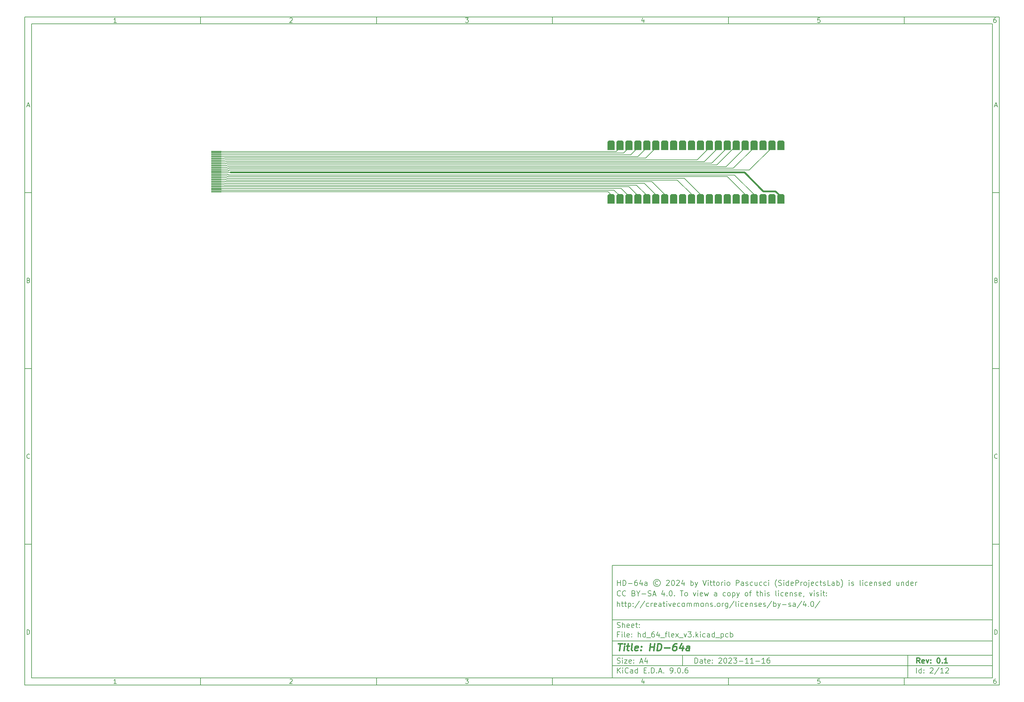
<source format=gbr>
%TF.GenerationSoftware,KiCad,Pcbnew,9.0.6*%
%TF.CreationDate,2025-11-27T00:35:39+01:00*%
%TF.ProjectId,hd_64_flex_v3,68645f36-345f-4666-9c65-785f76332e6b,0.1*%
%TF.SameCoordinates,PXd801da0PY3c45b00*%
%TF.FileFunction,Copper,L2,Bot*%
%TF.FilePolarity,Positive*%
%FSLAX46Y46*%
G04 Gerber Fmt 4.6, Leading zero omitted, Abs format (unit mm)*
G04 Created by KiCad (PCBNEW 9.0.6) date 2025-11-27 00:35:39*
%MOMM*%
%LPD*%
G01*
G04 APERTURE LIST*
G04 Aperture macros list*
%AMOutline5P*
0 Free polygon, 5 corners , with rotation*
0 The origin of the aperture is its center*
0 number of corners: always 5*
0 $1 to $10 corner X, Y*
0 $11 Rotation angle, in degrees counterclockwise*
0 create outline with 5 corners*
4,1,5,$1,$2,$3,$4,$5,$6,$7,$8,$9,$10,$1,$2,$11*%
%AMOutline6P*
0 Free polygon, 6 corners , with rotation*
0 The origin of the aperture is its center*
0 number of corners: always 6*
0 $1 to $12 corner X, Y*
0 $13 Rotation angle, in degrees counterclockwise*
0 create outline with 6 corners*
4,1,6,$1,$2,$3,$4,$5,$6,$7,$8,$9,$10,$11,$12,$1,$2,$13*%
%AMOutline7P*
0 Free polygon, 7 corners , with rotation*
0 The origin of the aperture is its center*
0 number of corners: always 7*
0 $1 to $14 corner X, Y*
0 $15 Rotation angle, in degrees counterclockwise*
0 create outline with 7 corners*
4,1,7,$1,$2,$3,$4,$5,$6,$7,$8,$9,$10,$11,$12,$13,$14,$1,$2,$15*%
%AMOutline8P*
0 Free polygon, 8 corners , with rotation*
0 The origin of the aperture is its center*
0 number of corners: always 8*
0 $1 to $16 corner X, Y*
0 $17 Rotation angle, in degrees counterclockwise*
0 create outline with 8 corners*
4,1,8,$1,$2,$3,$4,$5,$6,$7,$8,$9,$10,$11,$12,$13,$14,$15,$16,$1,$2,$17*%
G04 Aperture macros list end*
%ADD10C,0.100000*%
%ADD11C,0.150000*%
%ADD12C,0.300000*%
%ADD13C,0.400000*%
%TA.AperFunction,ComponentPad*%
%ADD14Outline6P,-1.350000X0.630000X-0.930000X1.050000X1.350000X1.050000X1.350000X-1.050000X-0.930000X-1.050000X-1.350000X-0.630000X270.000000*%
%TD*%
%TA.AperFunction,SMDPad,CuDef*%
%ADD15R,3.000000X0.300000*%
%TD*%
%TA.AperFunction,Conductor*%
%ADD16C,0.200000*%
%TD*%
%TA.AperFunction,Conductor*%
%ADD17C,0.500000*%
%TD*%
G04 APERTURE END LIST*
D10*
D11*
X-49497800Y-102807200D02*
X58502200Y-102807200D01*
X58502200Y-134807200D01*
X-49497800Y-134807200D01*
X-49497800Y-102807200D01*
D10*
D11*
X-216500000Y53200000D02*
X60502200Y53200000D01*
X60502200Y-136807200D01*
X-216500000Y-136807200D01*
X-216500000Y53200000D01*
D10*
D11*
X-214500000Y51200000D02*
X58502200Y51200000D01*
X58502200Y-134807200D01*
X-214500000Y-134807200D01*
X-214500000Y51200000D01*
D10*
D11*
X-166500000Y51200000D02*
X-166500000Y53200000D01*
D10*
D11*
X-116500000Y51200000D02*
X-116500000Y53200000D01*
D10*
D11*
X-66500000Y51200000D02*
X-66500000Y53200000D01*
D10*
D11*
X-16500000Y51200000D02*
X-16500000Y53200000D01*
D10*
D11*
X33500000Y51200000D02*
X33500000Y53200000D01*
D10*
D11*
X-190410840Y51606396D02*
X-191153697Y51606396D01*
X-190782269Y51606396D02*
X-190782269Y52906396D01*
X-190782269Y52906396D02*
X-190906078Y52720681D01*
X-190906078Y52720681D02*
X-191029888Y52596872D01*
X-191029888Y52596872D02*
X-191153697Y52534967D01*
D10*
D11*
X-141153697Y52782586D02*
X-141091793Y52844491D01*
X-141091793Y52844491D02*
X-140967983Y52906396D01*
X-140967983Y52906396D02*
X-140658459Y52906396D01*
X-140658459Y52906396D02*
X-140534650Y52844491D01*
X-140534650Y52844491D02*
X-140472745Y52782586D01*
X-140472745Y52782586D02*
X-140410840Y52658777D01*
X-140410840Y52658777D02*
X-140410840Y52534967D01*
X-140410840Y52534967D02*
X-140472745Y52349253D01*
X-140472745Y52349253D02*
X-141215602Y51606396D01*
X-141215602Y51606396D02*
X-140410840Y51606396D01*
D10*
D11*
X-91215602Y52906396D02*
X-90410840Y52906396D01*
X-90410840Y52906396D02*
X-90844174Y52411158D01*
X-90844174Y52411158D02*
X-90658459Y52411158D01*
X-90658459Y52411158D02*
X-90534650Y52349253D01*
X-90534650Y52349253D02*
X-90472745Y52287348D01*
X-90472745Y52287348D02*
X-90410840Y52163539D01*
X-90410840Y52163539D02*
X-90410840Y51854015D01*
X-90410840Y51854015D02*
X-90472745Y51730205D01*
X-90472745Y51730205D02*
X-90534650Y51668300D01*
X-90534650Y51668300D02*
X-90658459Y51606396D01*
X-90658459Y51606396D02*
X-91029888Y51606396D01*
X-91029888Y51606396D02*
X-91153697Y51668300D01*
X-91153697Y51668300D02*
X-91215602Y51730205D01*
D10*
D11*
X-40534650Y52473062D02*
X-40534650Y51606396D01*
X-40844174Y52968300D02*
X-41153697Y52039729D01*
X-41153697Y52039729D02*
X-40348936Y52039729D01*
D10*
D11*
X9527255Y52906396D02*
X8908207Y52906396D01*
X8908207Y52906396D02*
X8846303Y52287348D01*
X8846303Y52287348D02*
X8908207Y52349253D01*
X8908207Y52349253D02*
X9032017Y52411158D01*
X9032017Y52411158D02*
X9341541Y52411158D01*
X9341541Y52411158D02*
X9465350Y52349253D01*
X9465350Y52349253D02*
X9527255Y52287348D01*
X9527255Y52287348D02*
X9589160Y52163539D01*
X9589160Y52163539D02*
X9589160Y51854015D01*
X9589160Y51854015D02*
X9527255Y51730205D01*
X9527255Y51730205D02*
X9465350Y51668300D01*
X9465350Y51668300D02*
X9341541Y51606396D01*
X9341541Y51606396D02*
X9032017Y51606396D01*
X9032017Y51606396D02*
X8908207Y51668300D01*
X8908207Y51668300D02*
X8846303Y51730205D01*
D10*
D11*
X59465350Y52906396D02*
X59217731Y52906396D01*
X59217731Y52906396D02*
X59093922Y52844491D01*
X59093922Y52844491D02*
X59032017Y52782586D01*
X59032017Y52782586D02*
X58908207Y52596872D01*
X58908207Y52596872D02*
X58846303Y52349253D01*
X58846303Y52349253D02*
X58846303Y51854015D01*
X58846303Y51854015D02*
X58908207Y51730205D01*
X58908207Y51730205D02*
X58970112Y51668300D01*
X58970112Y51668300D02*
X59093922Y51606396D01*
X59093922Y51606396D02*
X59341541Y51606396D01*
X59341541Y51606396D02*
X59465350Y51668300D01*
X59465350Y51668300D02*
X59527255Y51730205D01*
X59527255Y51730205D02*
X59589160Y51854015D01*
X59589160Y51854015D02*
X59589160Y52163539D01*
X59589160Y52163539D02*
X59527255Y52287348D01*
X59527255Y52287348D02*
X59465350Y52349253D01*
X59465350Y52349253D02*
X59341541Y52411158D01*
X59341541Y52411158D02*
X59093922Y52411158D01*
X59093922Y52411158D02*
X58970112Y52349253D01*
X58970112Y52349253D02*
X58908207Y52287348D01*
X58908207Y52287348D02*
X58846303Y52163539D01*
D10*
D11*
X-166500000Y-134807200D02*
X-166500000Y-136807200D01*
D10*
D11*
X-116500000Y-134807200D02*
X-116500000Y-136807200D01*
D10*
D11*
X-66500000Y-134807200D02*
X-66500000Y-136807200D01*
D10*
D11*
X-16500000Y-134807200D02*
X-16500000Y-136807200D01*
D10*
D11*
X33500000Y-134807200D02*
X33500000Y-136807200D01*
D10*
D11*
X-190410840Y-136400804D02*
X-191153697Y-136400804D01*
X-190782269Y-136400804D02*
X-190782269Y-135100804D01*
X-190782269Y-135100804D02*
X-190906078Y-135286519D01*
X-190906078Y-135286519D02*
X-191029888Y-135410328D01*
X-191029888Y-135410328D02*
X-191153697Y-135472233D01*
D10*
D11*
X-141153697Y-135224614D02*
X-141091793Y-135162709D01*
X-141091793Y-135162709D02*
X-140967983Y-135100804D01*
X-140967983Y-135100804D02*
X-140658459Y-135100804D01*
X-140658459Y-135100804D02*
X-140534650Y-135162709D01*
X-140534650Y-135162709D02*
X-140472745Y-135224614D01*
X-140472745Y-135224614D02*
X-140410840Y-135348423D01*
X-140410840Y-135348423D02*
X-140410840Y-135472233D01*
X-140410840Y-135472233D02*
X-140472745Y-135657947D01*
X-140472745Y-135657947D02*
X-141215602Y-136400804D01*
X-141215602Y-136400804D02*
X-140410840Y-136400804D01*
D10*
D11*
X-91215602Y-135100804D02*
X-90410840Y-135100804D01*
X-90410840Y-135100804D02*
X-90844174Y-135596042D01*
X-90844174Y-135596042D02*
X-90658459Y-135596042D01*
X-90658459Y-135596042D02*
X-90534650Y-135657947D01*
X-90534650Y-135657947D02*
X-90472745Y-135719852D01*
X-90472745Y-135719852D02*
X-90410840Y-135843661D01*
X-90410840Y-135843661D02*
X-90410840Y-136153185D01*
X-90410840Y-136153185D02*
X-90472745Y-136276995D01*
X-90472745Y-136276995D02*
X-90534650Y-136338900D01*
X-90534650Y-136338900D02*
X-90658459Y-136400804D01*
X-90658459Y-136400804D02*
X-91029888Y-136400804D01*
X-91029888Y-136400804D02*
X-91153697Y-136338900D01*
X-91153697Y-136338900D02*
X-91215602Y-136276995D01*
D10*
D11*
X-40534650Y-135534138D02*
X-40534650Y-136400804D01*
X-40844174Y-135038900D02*
X-41153697Y-135967471D01*
X-41153697Y-135967471D02*
X-40348936Y-135967471D01*
D10*
D11*
X9527255Y-135100804D02*
X8908207Y-135100804D01*
X8908207Y-135100804D02*
X8846303Y-135719852D01*
X8846303Y-135719852D02*
X8908207Y-135657947D01*
X8908207Y-135657947D02*
X9032017Y-135596042D01*
X9032017Y-135596042D02*
X9341541Y-135596042D01*
X9341541Y-135596042D02*
X9465350Y-135657947D01*
X9465350Y-135657947D02*
X9527255Y-135719852D01*
X9527255Y-135719852D02*
X9589160Y-135843661D01*
X9589160Y-135843661D02*
X9589160Y-136153185D01*
X9589160Y-136153185D02*
X9527255Y-136276995D01*
X9527255Y-136276995D02*
X9465350Y-136338900D01*
X9465350Y-136338900D02*
X9341541Y-136400804D01*
X9341541Y-136400804D02*
X9032017Y-136400804D01*
X9032017Y-136400804D02*
X8908207Y-136338900D01*
X8908207Y-136338900D02*
X8846303Y-136276995D01*
D10*
D11*
X59465350Y-135100804D02*
X59217731Y-135100804D01*
X59217731Y-135100804D02*
X59093922Y-135162709D01*
X59093922Y-135162709D02*
X59032017Y-135224614D01*
X59032017Y-135224614D02*
X58908207Y-135410328D01*
X58908207Y-135410328D02*
X58846303Y-135657947D01*
X58846303Y-135657947D02*
X58846303Y-136153185D01*
X58846303Y-136153185D02*
X58908207Y-136276995D01*
X58908207Y-136276995D02*
X58970112Y-136338900D01*
X58970112Y-136338900D02*
X59093922Y-136400804D01*
X59093922Y-136400804D02*
X59341541Y-136400804D01*
X59341541Y-136400804D02*
X59465350Y-136338900D01*
X59465350Y-136338900D02*
X59527255Y-136276995D01*
X59527255Y-136276995D02*
X59589160Y-136153185D01*
X59589160Y-136153185D02*
X59589160Y-135843661D01*
X59589160Y-135843661D02*
X59527255Y-135719852D01*
X59527255Y-135719852D02*
X59465350Y-135657947D01*
X59465350Y-135657947D02*
X59341541Y-135596042D01*
X59341541Y-135596042D02*
X59093922Y-135596042D01*
X59093922Y-135596042D02*
X58970112Y-135657947D01*
X58970112Y-135657947D02*
X58908207Y-135719852D01*
X58908207Y-135719852D02*
X58846303Y-135843661D01*
D10*
D11*
X-216500000Y3200000D02*
X-214500000Y3200000D01*
D10*
D11*
X-216500000Y-46800000D02*
X-214500000Y-46800000D01*
D10*
D11*
X-216500000Y-96800000D02*
X-214500000Y-96800000D01*
D10*
D11*
X-215809524Y27977824D02*
X-215190477Y27977824D01*
X-215933334Y27606396D02*
X-215500001Y28906396D01*
X-215500001Y28906396D02*
X-215066667Y27606396D01*
D10*
D11*
X-215407143Y-21712652D02*
X-215221429Y-21774557D01*
X-215221429Y-21774557D02*
X-215159524Y-21836461D01*
X-215159524Y-21836461D02*
X-215097620Y-21960271D01*
X-215097620Y-21960271D02*
X-215097620Y-22145985D01*
X-215097620Y-22145985D02*
X-215159524Y-22269795D01*
X-215159524Y-22269795D02*
X-215221429Y-22331700D01*
X-215221429Y-22331700D02*
X-215345239Y-22393604D01*
X-215345239Y-22393604D02*
X-215840477Y-22393604D01*
X-215840477Y-22393604D02*
X-215840477Y-21093604D01*
X-215840477Y-21093604D02*
X-215407143Y-21093604D01*
X-215407143Y-21093604D02*
X-215283334Y-21155509D01*
X-215283334Y-21155509D02*
X-215221429Y-21217414D01*
X-215221429Y-21217414D02*
X-215159524Y-21341223D01*
X-215159524Y-21341223D02*
X-215159524Y-21465033D01*
X-215159524Y-21465033D02*
X-215221429Y-21588842D01*
X-215221429Y-21588842D02*
X-215283334Y-21650747D01*
X-215283334Y-21650747D02*
X-215407143Y-21712652D01*
X-215407143Y-21712652D02*
X-215840477Y-21712652D01*
D10*
D11*
X-215097620Y-72269795D02*
X-215159524Y-72331700D01*
X-215159524Y-72331700D02*
X-215345239Y-72393604D01*
X-215345239Y-72393604D02*
X-215469048Y-72393604D01*
X-215469048Y-72393604D02*
X-215654762Y-72331700D01*
X-215654762Y-72331700D02*
X-215778572Y-72207890D01*
X-215778572Y-72207890D02*
X-215840477Y-72084080D01*
X-215840477Y-72084080D02*
X-215902381Y-71836461D01*
X-215902381Y-71836461D02*
X-215902381Y-71650747D01*
X-215902381Y-71650747D02*
X-215840477Y-71403128D01*
X-215840477Y-71403128D02*
X-215778572Y-71279319D01*
X-215778572Y-71279319D02*
X-215654762Y-71155509D01*
X-215654762Y-71155509D02*
X-215469048Y-71093604D01*
X-215469048Y-71093604D02*
X-215345239Y-71093604D01*
X-215345239Y-71093604D02*
X-215159524Y-71155509D01*
X-215159524Y-71155509D02*
X-215097620Y-71217414D01*
D10*
D11*
X-215840477Y-122393604D02*
X-215840477Y-121093604D01*
X-215840477Y-121093604D02*
X-215530953Y-121093604D01*
X-215530953Y-121093604D02*
X-215345239Y-121155509D01*
X-215345239Y-121155509D02*
X-215221429Y-121279319D01*
X-215221429Y-121279319D02*
X-215159524Y-121403128D01*
X-215159524Y-121403128D02*
X-215097620Y-121650747D01*
X-215097620Y-121650747D02*
X-215097620Y-121836461D01*
X-215097620Y-121836461D02*
X-215159524Y-122084080D01*
X-215159524Y-122084080D02*
X-215221429Y-122207890D01*
X-215221429Y-122207890D02*
X-215345239Y-122331700D01*
X-215345239Y-122331700D02*
X-215530953Y-122393604D01*
X-215530953Y-122393604D02*
X-215840477Y-122393604D01*
D10*
D11*
X60502200Y3200000D02*
X58502200Y3200000D01*
D10*
D11*
X60502200Y-46800000D02*
X58502200Y-46800000D01*
D10*
D11*
X60502200Y-96800000D02*
X58502200Y-96800000D01*
D10*
D11*
X59192676Y27977824D02*
X59811723Y27977824D01*
X59068866Y27606396D02*
X59502199Y28906396D01*
X59502199Y28906396D02*
X59935533Y27606396D01*
D10*
D11*
X59595057Y-21712652D02*
X59780771Y-21774557D01*
X59780771Y-21774557D02*
X59842676Y-21836461D01*
X59842676Y-21836461D02*
X59904580Y-21960271D01*
X59904580Y-21960271D02*
X59904580Y-22145985D01*
X59904580Y-22145985D02*
X59842676Y-22269795D01*
X59842676Y-22269795D02*
X59780771Y-22331700D01*
X59780771Y-22331700D02*
X59656961Y-22393604D01*
X59656961Y-22393604D02*
X59161723Y-22393604D01*
X59161723Y-22393604D02*
X59161723Y-21093604D01*
X59161723Y-21093604D02*
X59595057Y-21093604D01*
X59595057Y-21093604D02*
X59718866Y-21155509D01*
X59718866Y-21155509D02*
X59780771Y-21217414D01*
X59780771Y-21217414D02*
X59842676Y-21341223D01*
X59842676Y-21341223D02*
X59842676Y-21465033D01*
X59842676Y-21465033D02*
X59780771Y-21588842D01*
X59780771Y-21588842D02*
X59718866Y-21650747D01*
X59718866Y-21650747D02*
X59595057Y-21712652D01*
X59595057Y-21712652D02*
X59161723Y-21712652D01*
D10*
D11*
X59904580Y-72269795D02*
X59842676Y-72331700D01*
X59842676Y-72331700D02*
X59656961Y-72393604D01*
X59656961Y-72393604D02*
X59533152Y-72393604D01*
X59533152Y-72393604D02*
X59347438Y-72331700D01*
X59347438Y-72331700D02*
X59223628Y-72207890D01*
X59223628Y-72207890D02*
X59161723Y-72084080D01*
X59161723Y-72084080D02*
X59099819Y-71836461D01*
X59099819Y-71836461D02*
X59099819Y-71650747D01*
X59099819Y-71650747D02*
X59161723Y-71403128D01*
X59161723Y-71403128D02*
X59223628Y-71279319D01*
X59223628Y-71279319D02*
X59347438Y-71155509D01*
X59347438Y-71155509D02*
X59533152Y-71093604D01*
X59533152Y-71093604D02*
X59656961Y-71093604D01*
X59656961Y-71093604D02*
X59842676Y-71155509D01*
X59842676Y-71155509D02*
X59904580Y-71217414D01*
D10*
D11*
X59161723Y-122393604D02*
X59161723Y-121093604D01*
X59161723Y-121093604D02*
X59471247Y-121093604D01*
X59471247Y-121093604D02*
X59656961Y-121155509D01*
X59656961Y-121155509D02*
X59780771Y-121279319D01*
X59780771Y-121279319D02*
X59842676Y-121403128D01*
X59842676Y-121403128D02*
X59904580Y-121650747D01*
X59904580Y-121650747D02*
X59904580Y-121836461D01*
X59904580Y-121836461D02*
X59842676Y-122084080D01*
X59842676Y-122084080D02*
X59780771Y-122207890D01*
X59780771Y-122207890D02*
X59656961Y-122331700D01*
X59656961Y-122331700D02*
X59471247Y-122393604D01*
X59471247Y-122393604D02*
X59161723Y-122393604D01*
D10*
D11*
X-26041974Y-130593328D02*
X-26041974Y-129093328D01*
X-26041974Y-129093328D02*
X-25684831Y-129093328D01*
X-25684831Y-129093328D02*
X-25470545Y-129164757D01*
X-25470545Y-129164757D02*
X-25327688Y-129307614D01*
X-25327688Y-129307614D02*
X-25256259Y-129450471D01*
X-25256259Y-129450471D02*
X-25184831Y-129736185D01*
X-25184831Y-129736185D02*
X-25184831Y-129950471D01*
X-25184831Y-129950471D02*
X-25256259Y-130236185D01*
X-25256259Y-130236185D02*
X-25327688Y-130379042D01*
X-25327688Y-130379042D02*
X-25470545Y-130521900D01*
X-25470545Y-130521900D02*
X-25684831Y-130593328D01*
X-25684831Y-130593328D02*
X-26041974Y-130593328D01*
X-23899116Y-130593328D02*
X-23899116Y-129807614D01*
X-23899116Y-129807614D02*
X-23970545Y-129664757D01*
X-23970545Y-129664757D02*
X-24113402Y-129593328D01*
X-24113402Y-129593328D02*
X-24399116Y-129593328D01*
X-24399116Y-129593328D02*
X-24541974Y-129664757D01*
X-23899116Y-130521900D02*
X-24041974Y-130593328D01*
X-24041974Y-130593328D02*
X-24399116Y-130593328D01*
X-24399116Y-130593328D02*
X-24541974Y-130521900D01*
X-24541974Y-130521900D02*
X-24613402Y-130379042D01*
X-24613402Y-130379042D02*
X-24613402Y-130236185D01*
X-24613402Y-130236185D02*
X-24541974Y-130093328D01*
X-24541974Y-130093328D02*
X-24399116Y-130021900D01*
X-24399116Y-130021900D02*
X-24041974Y-130021900D01*
X-24041974Y-130021900D02*
X-23899116Y-129950471D01*
X-23399116Y-129593328D02*
X-22827688Y-129593328D01*
X-23184831Y-129093328D02*
X-23184831Y-130379042D01*
X-23184831Y-130379042D02*
X-23113402Y-130521900D01*
X-23113402Y-130521900D02*
X-22970545Y-130593328D01*
X-22970545Y-130593328D02*
X-22827688Y-130593328D01*
X-21756259Y-130521900D02*
X-21899116Y-130593328D01*
X-21899116Y-130593328D02*
X-22184830Y-130593328D01*
X-22184830Y-130593328D02*
X-22327688Y-130521900D01*
X-22327688Y-130521900D02*
X-22399116Y-130379042D01*
X-22399116Y-130379042D02*
X-22399116Y-129807614D01*
X-22399116Y-129807614D02*
X-22327688Y-129664757D01*
X-22327688Y-129664757D02*
X-22184830Y-129593328D01*
X-22184830Y-129593328D02*
X-21899116Y-129593328D01*
X-21899116Y-129593328D02*
X-21756259Y-129664757D01*
X-21756259Y-129664757D02*
X-21684830Y-129807614D01*
X-21684830Y-129807614D02*
X-21684830Y-129950471D01*
X-21684830Y-129950471D02*
X-22399116Y-130093328D01*
X-21041974Y-130450471D02*
X-20970545Y-130521900D01*
X-20970545Y-130521900D02*
X-21041974Y-130593328D01*
X-21041974Y-130593328D02*
X-21113402Y-130521900D01*
X-21113402Y-130521900D02*
X-21041974Y-130450471D01*
X-21041974Y-130450471D02*
X-21041974Y-130593328D01*
X-21041974Y-129664757D02*
X-20970545Y-129736185D01*
X-20970545Y-129736185D02*
X-21041974Y-129807614D01*
X-21041974Y-129807614D02*
X-21113402Y-129736185D01*
X-21113402Y-129736185D02*
X-21041974Y-129664757D01*
X-21041974Y-129664757D02*
X-21041974Y-129807614D01*
X-19256259Y-129236185D02*
X-19184831Y-129164757D01*
X-19184831Y-129164757D02*
X-19041973Y-129093328D01*
X-19041973Y-129093328D02*
X-18684831Y-129093328D01*
X-18684831Y-129093328D02*
X-18541973Y-129164757D01*
X-18541973Y-129164757D02*
X-18470545Y-129236185D01*
X-18470545Y-129236185D02*
X-18399116Y-129379042D01*
X-18399116Y-129379042D02*
X-18399116Y-129521900D01*
X-18399116Y-129521900D02*
X-18470545Y-129736185D01*
X-18470545Y-129736185D02*
X-19327688Y-130593328D01*
X-19327688Y-130593328D02*
X-18399116Y-130593328D01*
X-17470545Y-129093328D02*
X-17327688Y-129093328D01*
X-17327688Y-129093328D02*
X-17184831Y-129164757D01*
X-17184831Y-129164757D02*
X-17113402Y-129236185D01*
X-17113402Y-129236185D02*
X-17041974Y-129379042D01*
X-17041974Y-129379042D02*
X-16970545Y-129664757D01*
X-16970545Y-129664757D02*
X-16970545Y-130021900D01*
X-16970545Y-130021900D02*
X-17041974Y-130307614D01*
X-17041974Y-130307614D02*
X-17113402Y-130450471D01*
X-17113402Y-130450471D02*
X-17184831Y-130521900D01*
X-17184831Y-130521900D02*
X-17327688Y-130593328D01*
X-17327688Y-130593328D02*
X-17470545Y-130593328D01*
X-17470545Y-130593328D02*
X-17613402Y-130521900D01*
X-17613402Y-130521900D02*
X-17684831Y-130450471D01*
X-17684831Y-130450471D02*
X-17756260Y-130307614D01*
X-17756260Y-130307614D02*
X-17827688Y-130021900D01*
X-17827688Y-130021900D02*
X-17827688Y-129664757D01*
X-17827688Y-129664757D02*
X-17756260Y-129379042D01*
X-17756260Y-129379042D02*
X-17684831Y-129236185D01*
X-17684831Y-129236185D02*
X-17613402Y-129164757D01*
X-17613402Y-129164757D02*
X-17470545Y-129093328D01*
X-16399117Y-129236185D02*
X-16327689Y-129164757D01*
X-16327689Y-129164757D02*
X-16184831Y-129093328D01*
X-16184831Y-129093328D02*
X-15827689Y-129093328D01*
X-15827689Y-129093328D02*
X-15684831Y-129164757D01*
X-15684831Y-129164757D02*
X-15613403Y-129236185D01*
X-15613403Y-129236185D02*
X-15541974Y-129379042D01*
X-15541974Y-129379042D02*
X-15541974Y-129521900D01*
X-15541974Y-129521900D02*
X-15613403Y-129736185D01*
X-15613403Y-129736185D02*
X-16470546Y-130593328D01*
X-16470546Y-130593328D02*
X-15541974Y-130593328D01*
X-15041975Y-129093328D02*
X-14113403Y-129093328D01*
X-14113403Y-129093328D02*
X-14613403Y-129664757D01*
X-14613403Y-129664757D02*
X-14399118Y-129664757D01*
X-14399118Y-129664757D02*
X-14256260Y-129736185D01*
X-14256260Y-129736185D02*
X-14184832Y-129807614D01*
X-14184832Y-129807614D02*
X-14113403Y-129950471D01*
X-14113403Y-129950471D02*
X-14113403Y-130307614D01*
X-14113403Y-130307614D02*
X-14184832Y-130450471D01*
X-14184832Y-130450471D02*
X-14256260Y-130521900D01*
X-14256260Y-130521900D02*
X-14399118Y-130593328D01*
X-14399118Y-130593328D02*
X-14827689Y-130593328D01*
X-14827689Y-130593328D02*
X-14970546Y-130521900D01*
X-14970546Y-130521900D02*
X-15041975Y-130450471D01*
X-13470547Y-130021900D02*
X-12327689Y-130021900D01*
X-10827689Y-130593328D02*
X-11684832Y-130593328D01*
X-11256261Y-130593328D02*
X-11256261Y-129093328D01*
X-11256261Y-129093328D02*
X-11399118Y-129307614D01*
X-11399118Y-129307614D02*
X-11541975Y-129450471D01*
X-11541975Y-129450471D02*
X-11684832Y-129521900D01*
X-9399118Y-130593328D02*
X-10256261Y-130593328D01*
X-9827690Y-130593328D02*
X-9827690Y-129093328D01*
X-9827690Y-129093328D02*
X-9970547Y-129307614D01*
X-9970547Y-129307614D02*
X-10113404Y-129450471D01*
X-10113404Y-129450471D02*
X-10256261Y-129521900D01*
X-8756262Y-130021900D02*
X-7613404Y-130021900D01*
X-6113404Y-130593328D02*
X-6970547Y-130593328D01*
X-6541976Y-130593328D02*
X-6541976Y-129093328D01*
X-6541976Y-129093328D02*
X-6684833Y-129307614D01*
X-6684833Y-129307614D02*
X-6827690Y-129450471D01*
X-6827690Y-129450471D02*
X-6970547Y-129521900D01*
X-4827690Y-129093328D02*
X-5113405Y-129093328D01*
X-5113405Y-129093328D02*
X-5256262Y-129164757D01*
X-5256262Y-129164757D02*
X-5327690Y-129236185D01*
X-5327690Y-129236185D02*
X-5470548Y-129450471D01*
X-5470548Y-129450471D02*
X-5541976Y-129736185D01*
X-5541976Y-129736185D02*
X-5541976Y-130307614D01*
X-5541976Y-130307614D02*
X-5470548Y-130450471D01*
X-5470548Y-130450471D02*
X-5399119Y-130521900D01*
X-5399119Y-130521900D02*
X-5256262Y-130593328D01*
X-5256262Y-130593328D02*
X-4970548Y-130593328D01*
X-4970548Y-130593328D02*
X-4827690Y-130521900D01*
X-4827690Y-130521900D02*
X-4756262Y-130450471D01*
X-4756262Y-130450471D02*
X-4684833Y-130307614D01*
X-4684833Y-130307614D02*
X-4684833Y-129950471D01*
X-4684833Y-129950471D02*
X-4756262Y-129807614D01*
X-4756262Y-129807614D02*
X-4827690Y-129736185D01*
X-4827690Y-129736185D02*
X-4970548Y-129664757D01*
X-4970548Y-129664757D02*
X-5256262Y-129664757D01*
X-5256262Y-129664757D02*
X-5399119Y-129736185D01*
X-5399119Y-129736185D02*
X-5470548Y-129807614D01*
X-5470548Y-129807614D02*
X-5541976Y-129950471D01*
D10*
D11*
X-49497800Y-131307200D02*
X58502200Y-131307200D01*
D10*
D11*
X-48041974Y-133393328D02*
X-48041974Y-131893328D01*
X-47184831Y-133393328D02*
X-47827688Y-132536185D01*
X-47184831Y-131893328D02*
X-48041974Y-132750471D01*
X-46541974Y-133393328D02*
X-46541974Y-132393328D01*
X-46541974Y-131893328D02*
X-46613402Y-131964757D01*
X-46613402Y-131964757D02*
X-46541974Y-132036185D01*
X-46541974Y-132036185D02*
X-46470545Y-131964757D01*
X-46470545Y-131964757D02*
X-46541974Y-131893328D01*
X-46541974Y-131893328D02*
X-46541974Y-132036185D01*
X-44970545Y-133250471D02*
X-45041973Y-133321900D01*
X-45041973Y-133321900D02*
X-45256259Y-133393328D01*
X-45256259Y-133393328D02*
X-45399116Y-133393328D01*
X-45399116Y-133393328D02*
X-45613402Y-133321900D01*
X-45613402Y-133321900D02*
X-45756259Y-133179042D01*
X-45756259Y-133179042D02*
X-45827688Y-133036185D01*
X-45827688Y-133036185D02*
X-45899116Y-132750471D01*
X-45899116Y-132750471D02*
X-45899116Y-132536185D01*
X-45899116Y-132536185D02*
X-45827688Y-132250471D01*
X-45827688Y-132250471D02*
X-45756259Y-132107614D01*
X-45756259Y-132107614D02*
X-45613402Y-131964757D01*
X-45613402Y-131964757D02*
X-45399116Y-131893328D01*
X-45399116Y-131893328D02*
X-45256259Y-131893328D01*
X-45256259Y-131893328D02*
X-45041973Y-131964757D01*
X-45041973Y-131964757D02*
X-44970545Y-132036185D01*
X-43684830Y-133393328D02*
X-43684830Y-132607614D01*
X-43684830Y-132607614D02*
X-43756259Y-132464757D01*
X-43756259Y-132464757D02*
X-43899116Y-132393328D01*
X-43899116Y-132393328D02*
X-44184830Y-132393328D01*
X-44184830Y-132393328D02*
X-44327688Y-132464757D01*
X-43684830Y-133321900D02*
X-43827688Y-133393328D01*
X-43827688Y-133393328D02*
X-44184830Y-133393328D01*
X-44184830Y-133393328D02*
X-44327688Y-133321900D01*
X-44327688Y-133321900D02*
X-44399116Y-133179042D01*
X-44399116Y-133179042D02*
X-44399116Y-133036185D01*
X-44399116Y-133036185D02*
X-44327688Y-132893328D01*
X-44327688Y-132893328D02*
X-44184830Y-132821900D01*
X-44184830Y-132821900D02*
X-43827688Y-132821900D01*
X-43827688Y-132821900D02*
X-43684830Y-132750471D01*
X-42327687Y-133393328D02*
X-42327687Y-131893328D01*
X-42327687Y-133321900D02*
X-42470545Y-133393328D01*
X-42470545Y-133393328D02*
X-42756259Y-133393328D01*
X-42756259Y-133393328D02*
X-42899116Y-133321900D01*
X-42899116Y-133321900D02*
X-42970545Y-133250471D01*
X-42970545Y-133250471D02*
X-43041973Y-133107614D01*
X-43041973Y-133107614D02*
X-43041973Y-132679042D01*
X-43041973Y-132679042D02*
X-42970545Y-132536185D01*
X-42970545Y-132536185D02*
X-42899116Y-132464757D01*
X-42899116Y-132464757D02*
X-42756259Y-132393328D01*
X-42756259Y-132393328D02*
X-42470545Y-132393328D01*
X-42470545Y-132393328D02*
X-42327687Y-132464757D01*
X-40470545Y-132607614D02*
X-39970545Y-132607614D01*
X-39756259Y-133393328D02*
X-40470545Y-133393328D01*
X-40470545Y-133393328D02*
X-40470545Y-131893328D01*
X-40470545Y-131893328D02*
X-39756259Y-131893328D01*
X-39113402Y-133250471D02*
X-39041973Y-133321900D01*
X-39041973Y-133321900D02*
X-39113402Y-133393328D01*
X-39113402Y-133393328D02*
X-39184830Y-133321900D01*
X-39184830Y-133321900D02*
X-39113402Y-133250471D01*
X-39113402Y-133250471D02*
X-39113402Y-133393328D01*
X-38399116Y-133393328D02*
X-38399116Y-131893328D01*
X-38399116Y-131893328D02*
X-38041973Y-131893328D01*
X-38041973Y-131893328D02*
X-37827687Y-131964757D01*
X-37827687Y-131964757D02*
X-37684830Y-132107614D01*
X-37684830Y-132107614D02*
X-37613401Y-132250471D01*
X-37613401Y-132250471D02*
X-37541973Y-132536185D01*
X-37541973Y-132536185D02*
X-37541973Y-132750471D01*
X-37541973Y-132750471D02*
X-37613401Y-133036185D01*
X-37613401Y-133036185D02*
X-37684830Y-133179042D01*
X-37684830Y-133179042D02*
X-37827687Y-133321900D01*
X-37827687Y-133321900D02*
X-38041973Y-133393328D01*
X-38041973Y-133393328D02*
X-38399116Y-133393328D01*
X-36899116Y-133250471D02*
X-36827687Y-133321900D01*
X-36827687Y-133321900D02*
X-36899116Y-133393328D01*
X-36899116Y-133393328D02*
X-36970544Y-133321900D01*
X-36970544Y-133321900D02*
X-36899116Y-133250471D01*
X-36899116Y-133250471D02*
X-36899116Y-133393328D01*
X-36256258Y-132964757D02*
X-35541972Y-132964757D01*
X-36399115Y-133393328D02*
X-35899115Y-131893328D01*
X-35899115Y-131893328D02*
X-35399115Y-133393328D01*
X-34899116Y-133250471D02*
X-34827687Y-133321900D01*
X-34827687Y-133321900D02*
X-34899116Y-133393328D01*
X-34899116Y-133393328D02*
X-34970544Y-133321900D01*
X-34970544Y-133321900D02*
X-34899116Y-133250471D01*
X-34899116Y-133250471D02*
X-34899116Y-133393328D01*
X-32970544Y-133393328D02*
X-32684830Y-133393328D01*
X-32684830Y-133393328D02*
X-32541973Y-133321900D01*
X-32541973Y-133321900D02*
X-32470544Y-133250471D01*
X-32470544Y-133250471D02*
X-32327687Y-133036185D01*
X-32327687Y-133036185D02*
X-32256258Y-132750471D01*
X-32256258Y-132750471D02*
X-32256258Y-132179042D01*
X-32256258Y-132179042D02*
X-32327687Y-132036185D01*
X-32327687Y-132036185D02*
X-32399115Y-131964757D01*
X-32399115Y-131964757D02*
X-32541973Y-131893328D01*
X-32541973Y-131893328D02*
X-32827687Y-131893328D01*
X-32827687Y-131893328D02*
X-32970544Y-131964757D01*
X-32970544Y-131964757D02*
X-33041973Y-132036185D01*
X-33041973Y-132036185D02*
X-33113401Y-132179042D01*
X-33113401Y-132179042D02*
X-33113401Y-132536185D01*
X-33113401Y-132536185D02*
X-33041973Y-132679042D01*
X-33041973Y-132679042D02*
X-32970544Y-132750471D01*
X-32970544Y-132750471D02*
X-32827687Y-132821900D01*
X-32827687Y-132821900D02*
X-32541973Y-132821900D01*
X-32541973Y-132821900D02*
X-32399115Y-132750471D01*
X-32399115Y-132750471D02*
X-32327687Y-132679042D01*
X-32327687Y-132679042D02*
X-32256258Y-132536185D01*
X-31613402Y-133250471D02*
X-31541973Y-133321900D01*
X-31541973Y-133321900D02*
X-31613402Y-133393328D01*
X-31613402Y-133393328D02*
X-31684830Y-133321900D01*
X-31684830Y-133321900D02*
X-31613402Y-133250471D01*
X-31613402Y-133250471D02*
X-31613402Y-133393328D01*
X-30613401Y-131893328D02*
X-30470544Y-131893328D01*
X-30470544Y-131893328D02*
X-30327687Y-131964757D01*
X-30327687Y-131964757D02*
X-30256258Y-132036185D01*
X-30256258Y-132036185D02*
X-30184830Y-132179042D01*
X-30184830Y-132179042D02*
X-30113401Y-132464757D01*
X-30113401Y-132464757D02*
X-30113401Y-132821900D01*
X-30113401Y-132821900D02*
X-30184830Y-133107614D01*
X-30184830Y-133107614D02*
X-30256258Y-133250471D01*
X-30256258Y-133250471D02*
X-30327687Y-133321900D01*
X-30327687Y-133321900D02*
X-30470544Y-133393328D01*
X-30470544Y-133393328D02*
X-30613401Y-133393328D01*
X-30613401Y-133393328D02*
X-30756258Y-133321900D01*
X-30756258Y-133321900D02*
X-30827687Y-133250471D01*
X-30827687Y-133250471D02*
X-30899116Y-133107614D01*
X-30899116Y-133107614D02*
X-30970544Y-132821900D01*
X-30970544Y-132821900D02*
X-30970544Y-132464757D01*
X-30970544Y-132464757D02*
X-30899116Y-132179042D01*
X-30899116Y-132179042D02*
X-30827687Y-132036185D01*
X-30827687Y-132036185D02*
X-30756258Y-131964757D01*
X-30756258Y-131964757D02*
X-30613401Y-131893328D01*
X-29470545Y-133250471D02*
X-29399116Y-133321900D01*
X-29399116Y-133321900D02*
X-29470545Y-133393328D01*
X-29470545Y-133393328D02*
X-29541973Y-133321900D01*
X-29541973Y-133321900D02*
X-29470545Y-133250471D01*
X-29470545Y-133250471D02*
X-29470545Y-133393328D01*
X-28113401Y-131893328D02*
X-28399116Y-131893328D01*
X-28399116Y-131893328D02*
X-28541973Y-131964757D01*
X-28541973Y-131964757D02*
X-28613401Y-132036185D01*
X-28613401Y-132036185D02*
X-28756259Y-132250471D01*
X-28756259Y-132250471D02*
X-28827687Y-132536185D01*
X-28827687Y-132536185D02*
X-28827687Y-133107614D01*
X-28827687Y-133107614D02*
X-28756259Y-133250471D01*
X-28756259Y-133250471D02*
X-28684830Y-133321900D01*
X-28684830Y-133321900D02*
X-28541973Y-133393328D01*
X-28541973Y-133393328D02*
X-28256259Y-133393328D01*
X-28256259Y-133393328D02*
X-28113401Y-133321900D01*
X-28113401Y-133321900D02*
X-28041973Y-133250471D01*
X-28041973Y-133250471D02*
X-27970544Y-133107614D01*
X-27970544Y-133107614D02*
X-27970544Y-132750471D01*
X-27970544Y-132750471D02*
X-28041973Y-132607614D01*
X-28041973Y-132607614D02*
X-28113401Y-132536185D01*
X-28113401Y-132536185D02*
X-28256259Y-132464757D01*
X-28256259Y-132464757D02*
X-28541973Y-132464757D01*
X-28541973Y-132464757D02*
X-28684830Y-132536185D01*
X-28684830Y-132536185D02*
X-28756259Y-132607614D01*
X-28756259Y-132607614D02*
X-28827687Y-132750471D01*
D10*
D11*
X-49497800Y-128307200D02*
X58502200Y-128307200D01*
D10*
D12*
X37913853Y-130585528D02*
X37413853Y-129871242D01*
X37056710Y-130585528D02*
X37056710Y-129085528D01*
X37056710Y-129085528D02*
X37628139Y-129085528D01*
X37628139Y-129085528D02*
X37770996Y-129156957D01*
X37770996Y-129156957D02*
X37842425Y-129228385D01*
X37842425Y-129228385D02*
X37913853Y-129371242D01*
X37913853Y-129371242D02*
X37913853Y-129585528D01*
X37913853Y-129585528D02*
X37842425Y-129728385D01*
X37842425Y-129728385D02*
X37770996Y-129799814D01*
X37770996Y-129799814D02*
X37628139Y-129871242D01*
X37628139Y-129871242D02*
X37056710Y-129871242D01*
X39128139Y-130514100D02*
X38985282Y-130585528D01*
X38985282Y-130585528D02*
X38699568Y-130585528D01*
X38699568Y-130585528D02*
X38556710Y-130514100D01*
X38556710Y-130514100D02*
X38485282Y-130371242D01*
X38485282Y-130371242D02*
X38485282Y-129799814D01*
X38485282Y-129799814D02*
X38556710Y-129656957D01*
X38556710Y-129656957D02*
X38699568Y-129585528D01*
X38699568Y-129585528D02*
X38985282Y-129585528D01*
X38985282Y-129585528D02*
X39128139Y-129656957D01*
X39128139Y-129656957D02*
X39199568Y-129799814D01*
X39199568Y-129799814D02*
X39199568Y-129942671D01*
X39199568Y-129942671D02*
X38485282Y-130085528D01*
X39699567Y-129585528D02*
X40056710Y-130585528D01*
X40056710Y-130585528D02*
X40413853Y-129585528D01*
X40985281Y-130442671D02*
X41056710Y-130514100D01*
X41056710Y-130514100D02*
X40985281Y-130585528D01*
X40985281Y-130585528D02*
X40913853Y-130514100D01*
X40913853Y-130514100D02*
X40985281Y-130442671D01*
X40985281Y-130442671D02*
X40985281Y-130585528D01*
X40985281Y-129656957D02*
X41056710Y-129728385D01*
X41056710Y-129728385D02*
X40985281Y-129799814D01*
X40985281Y-129799814D02*
X40913853Y-129728385D01*
X40913853Y-129728385D02*
X40985281Y-129656957D01*
X40985281Y-129656957D02*
X40985281Y-129799814D01*
X43128139Y-129085528D02*
X43270996Y-129085528D01*
X43270996Y-129085528D02*
X43413853Y-129156957D01*
X43413853Y-129156957D02*
X43485282Y-129228385D01*
X43485282Y-129228385D02*
X43556710Y-129371242D01*
X43556710Y-129371242D02*
X43628139Y-129656957D01*
X43628139Y-129656957D02*
X43628139Y-130014100D01*
X43628139Y-130014100D02*
X43556710Y-130299814D01*
X43556710Y-130299814D02*
X43485282Y-130442671D01*
X43485282Y-130442671D02*
X43413853Y-130514100D01*
X43413853Y-130514100D02*
X43270996Y-130585528D01*
X43270996Y-130585528D02*
X43128139Y-130585528D01*
X43128139Y-130585528D02*
X42985282Y-130514100D01*
X42985282Y-130514100D02*
X42913853Y-130442671D01*
X42913853Y-130442671D02*
X42842424Y-130299814D01*
X42842424Y-130299814D02*
X42770996Y-130014100D01*
X42770996Y-130014100D02*
X42770996Y-129656957D01*
X42770996Y-129656957D02*
X42842424Y-129371242D01*
X42842424Y-129371242D02*
X42913853Y-129228385D01*
X42913853Y-129228385D02*
X42985282Y-129156957D01*
X42985282Y-129156957D02*
X43128139Y-129085528D01*
X44270995Y-130442671D02*
X44342424Y-130514100D01*
X44342424Y-130514100D02*
X44270995Y-130585528D01*
X44270995Y-130585528D02*
X44199567Y-130514100D01*
X44199567Y-130514100D02*
X44270995Y-130442671D01*
X44270995Y-130442671D02*
X44270995Y-130585528D01*
X45770996Y-130585528D02*
X44913853Y-130585528D01*
X45342424Y-130585528D02*
X45342424Y-129085528D01*
X45342424Y-129085528D02*
X45199567Y-129299814D01*
X45199567Y-129299814D02*
X45056710Y-129442671D01*
X45056710Y-129442671D02*
X44913853Y-129514100D01*
D10*
D11*
X-48113402Y-130521900D02*
X-47899116Y-130593328D01*
X-47899116Y-130593328D02*
X-47541974Y-130593328D01*
X-47541974Y-130593328D02*
X-47399116Y-130521900D01*
X-47399116Y-130521900D02*
X-47327688Y-130450471D01*
X-47327688Y-130450471D02*
X-47256259Y-130307614D01*
X-47256259Y-130307614D02*
X-47256259Y-130164757D01*
X-47256259Y-130164757D02*
X-47327688Y-130021900D01*
X-47327688Y-130021900D02*
X-47399116Y-129950471D01*
X-47399116Y-129950471D02*
X-47541974Y-129879042D01*
X-47541974Y-129879042D02*
X-47827688Y-129807614D01*
X-47827688Y-129807614D02*
X-47970545Y-129736185D01*
X-47970545Y-129736185D02*
X-48041974Y-129664757D01*
X-48041974Y-129664757D02*
X-48113402Y-129521900D01*
X-48113402Y-129521900D02*
X-48113402Y-129379042D01*
X-48113402Y-129379042D02*
X-48041974Y-129236185D01*
X-48041974Y-129236185D02*
X-47970545Y-129164757D01*
X-47970545Y-129164757D02*
X-47827688Y-129093328D01*
X-47827688Y-129093328D02*
X-47470545Y-129093328D01*
X-47470545Y-129093328D02*
X-47256259Y-129164757D01*
X-46613403Y-130593328D02*
X-46613403Y-129593328D01*
X-46613403Y-129093328D02*
X-46684831Y-129164757D01*
X-46684831Y-129164757D02*
X-46613403Y-129236185D01*
X-46613403Y-129236185D02*
X-46541974Y-129164757D01*
X-46541974Y-129164757D02*
X-46613403Y-129093328D01*
X-46613403Y-129093328D02*
X-46613403Y-129236185D01*
X-46041974Y-129593328D02*
X-45256259Y-129593328D01*
X-45256259Y-129593328D02*
X-46041974Y-130593328D01*
X-46041974Y-130593328D02*
X-45256259Y-130593328D01*
X-44113402Y-130521900D02*
X-44256259Y-130593328D01*
X-44256259Y-130593328D02*
X-44541973Y-130593328D01*
X-44541973Y-130593328D02*
X-44684831Y-130521900D01*
X-44684831Y-130521900D02*
X-44756259Y-130379042D01*
X-44756259Y-130379042D02*
X-44756259Y-129807614D01*
X-44756259Y-129807614D02*
X-44684831Y-129664757D01*
X-44684831Y-129664757D02*
X-44541973Y-129593328D01*
X-44541973Y-129593328D02*
X-44256259Y-129593328D01*
X-44256259Y-129593328D02*
X-44113402Y-129664757D01*
X-44113402Y-129664757D02*
X-44041973Y-129807614D01*
X-44041973Y-129807614D02*
X-44041973Y-129950471D01*
X-44041973Y-129950471D02*
X-44756259Y-130093328D01*
X-43399117Y-130450471D02*
X-43327688Y-130521900D01*
X-43327688Y-130521900D02*
X-43399117Y-130593328D01*
X-43399117Y-130593328D02*
X-43470545Y-130521900D01*
X-43470545Y-130521900D02*
X-43399117Y-130450471D01*
X-43399117Y-130450471D02*
X-43399117Y-130593328D01*
X-43399117Y-129664757D02*
X-43327688Y-129736185D01*
X-43327688Y-129736185D02*
X-43399117Y-129807614D01*
X-43399117Y-129807614D02*
X-43470545Y-129736185D01*
X-43470545Y-129736185D02*
X-43399117Y-129664757D01*
X-43399117Y-129664757D02*
X-43399117Y-129807614D01*
X-41613402Y-130164757D02*
X-40899116Y-130164757D01*
X-41756259Y-130593328D02*
X-41256259Y-129093328D01*
X-41256259Y-129093328D02*
X-40756259Y-130593328D01*
X-39613402Y-129593328D02*
X-39613402Y-130593328D01*
X-39970545Y-129021900D02*
X-40327688Y-130093328D01*
X-40327688Y-130093328D02*
X-39399117Y-130093328D01*
D10*
D11*
X36958026Y-133393328D02*
X36958026Y-131893328D01*
X38315170Y-133393328D02*
X38315170Y-131893328D01*
X38315170Y-133321900D02*
X38172312Y-133393328D01*
X38172312Y-133393328D02*
X37886598Y-133393328D01*
X37886598Y-133393328D02*
X37743741Y-133321900D01*
X37743741Y-133321900D02*
X37672312Y-133250471D01*
X37672312Y-133250471D02*
X37600884Y-133107614D01*
X37600884Y-133107614D02*
X37600884Y-132679042D01*
X37600884Y-132679042D02*
X37672312Y-132536185D01*
X37672312Y-132536185D02*
X37743741Y-132464757D01*
X37743741Y-132464757D02*
X37886598Y-132393328D01*
X37886598Y-132393328D02*
X38172312Y-132393328D01*
X38172312Y-132393328D02*
X38315170Y-132464757D01*
X39029455Y-133250471D02*
X39100884Y-133321900D01*
X39100884Y-133321900D02*
X39029455Y-133393328D01*
X39029455Y-133393328D02*
X38958027Y-133321900D01*
X38958027Y-133321900D02*
X39029455Y-133250471D01*
X39029455Y-133250471D02*
X39029455Y-133393328D01*
X39029455Y-132464757D02*
X39100884Y-132536185D01*
X39100884Y-132536185D02*
X39029455Y-132607614D01*
X39029455Y-132607614D02*
X38958027Y-132536185D01*
X38958027Y-132536185D02*
X39029455Y-132464757D01*
X39029455Y-132464757D02*
X39029455Y-132607614D01*
X40815170Y-132036185D02*
X40886598Y-131964757D01*
X40886598Y-131964757D02*
X41029456Y-131893328D01*
X41029456Y-131893328D02*
X41386598Y-131893328D01*
X41386598Y-131893328D02*
X41529456Y-131964757D01*
X41529456Y-131964757D02*
X41600884Y-132036185D01*
X41600884Y-132036185D02*
X41672313Y-132179042D01*
X41672313Y-132179042D02*
X41672313Y-132321900D01*
X41672313Y-132321900D02*
X41600884Y-132536185D01*
X41600884Y-132536185D02*
X40743741Y-133393328D01*
X40743741Y-133393328D02*
X41672313Y-133393328D01*
X43386598Y-131821900D02*
X42100884Y-133750471D01*
X44672313Y-133393328D02*
X43815170Y-133393328D01*
X44243741Y-133393328D02*
X44243741Y-131893328D01*
X44243741Y-131893328D02*
X44100884Y-132107614D01*
X44100884Y-132107614D02*
X43958027Y-132250471D01*
X43958027Y-132250471D02*
X43815170Y-132321900D01*
X45243741Y-132036185D02*
X45315169Y-131964757D01*
X45315169Y-131964757D02*
X45458027Y-131893328D01*
X45458027Y-131893328D02*
X45815169Y-131893328D01*
X45815169Y-131893328D02*
X45958027Y-131964757D01*
X45958027Y-131964757D02*
X46029455Y-132036185D01*
X46029455Y-132036185D02*
X46100884Y-132179042D01*
X46100884Y-132179042D02*
X46100884Y-132321900D01*
X46100884Y-132321900D02*
X46029455Y-132536185D01*
X46029455Y-132536185D02*
X45172312Y-133393328D01*
X45172312Y-133393328D02*
X46100884Y-133393328D01*
D10*
D11*
X-49497800Y-124307200D02*
X58502200Y-124307200D01*
D10*
D13*
X-47806072Y-125011638D02*
X-46663215Y-125011638D01*
X-47484643Y-127011638D02*
X-47234643Y-125011638D01*
X-46246548Y-127011638D02*
X-46079881Y-125678304D01*
X-45996548Y-125011638D02*
X-46103691Y-125106876D01*
X-46103691Y-125106876D02*
X-46020357Y-125202114D01*
X-46020357Y-125202114D02*
X-45913214Y-125106876D01*
X-45913214Y-125106876D02*
X-45996548Y-125011638D01*
X-45996548Y-125011638D02*
X-46020357Y-125202114D01*
X-45413214Y-125678304D02*
X-44651310Y-125678304D01*
X-45044167Y-125011638D02*
X-45258452Y-126725923D01*
X-45258452Y-126725923D02*
X-45187024Y-126916400D01*
X-45187024Y-126916400D02*
X-45008452Y-127011638D01*
X-45008452Y-127011638D02*
X-44817976Y-127011638D01*
X-43865595Y-127011638D02*
X-44044167Y-126916400D01*
X-44044167Y-126916400D02*
X-44115595Y-126725923D01*
X-44115595Y-126725923D02*
X-43901310Y-125011638D01*
X-42329881Y-126916400D02*
X-42532262Y-127011638D01*
X-42532262Y-127011638D02*
X-42913215Y-127011638D01*
X-42913215Y-127011638D02*
X-43091786Y-126916400D01*
X-43091786Y-126916400D02*
X-43163215Y-126725923D01*
X-43163215Y-126725923D02*
X-43067976Y-125964019D01*
X-43067976Y-125964019D02*
X-42948929Y-125773542D01*
X-42948929Y-125773542D02*
X-42746548Y-125678304D01*
X-42746548Y-125678304D02*
X-42365596Y-125678304D01*
X-42365596Y-125678304D02*
X-42187024Y-125773542D01*
X-42187024Y-125773542D02*
X-42115596Y-125964019D01*
X-42115596Y-125964019D02*
X-42139405Y-126154495D01*
X-42139405Y-126154495D02*
X-43115596Y-126344971D01*
X-41365595Y-126821161D02*
X-41282262Y-126916400D01*
X-41282262Y-126916400D02*
X-41389405Y-127011638D01*
X-41389405Y-127011638D02*
X-41472738Y-126916400D01*
X-41472738Y-126916400D02*
X-41365595Y-126821161D01*
X-41365595Y-126821161D02*
X-41389405Y-127011638D01*
X-41234643Y-125773542D02*
X-41151310Y-125868780D01*
X-41151310Y-125868780D02*
X-41258452Y-125964019D01*
X-41258452Y-125964019D02*
X-41341786Y-125868780D01*
X-41341786Y-125868780D02*
X-41234643Y-125773542D01*
X-41234643Y-125773542D02*
X-41258452Y-125964019D01*
X-38913214Y-127011638D02*
X-38663214Y-125011638D01*
X-38782261Y-125964019D02*
X-37639404Y-125964019D01*
X-37770357Y-127011638D02*
X-37520357Y-125011638D01*
X-36817976Y-127011638D02*
X-36567976Y-125011638D01*
X-36567976Y-125011638D02*
X-36091785Y-125011638D01*
X-36091785Y-125011638D02*
X-35817976Y-125106876D01*
X-35817976Y-125106876D02*
X-35651309Y-125297352D01*
X-35651309Y-125297352D02*
X-35579881Y-125487828D01*
X-35579881Y-125487828D02*
X-35532261Y-125868780D01*
X-35532261Y-125868780D02*
X-35567976Y-126154495D01*
X-35567976Y-126154495D02*
X-35710833Y-126535447D01*
X-35710833Y-126535447D02*
X-35829881Y-126725923D01*
X-35829881Y-126725923D02*
X-36044166Y-126916400D01*
X-36044166Y-126916400D02*
X-36341785Y-127011638D01*
X-36341785Y-127011638D02*
X-36817976Y-127011638D01*
X-34722738Y-126249733D02*
X-33198928Y-126249733D01*
X-31234643Y-125011638D02*
X-31615595Y-125011638D01*
X-31615595Y-125011638D02*
X-31817976Y-125106876D01*
X-31817976Y-125106876D02*
X-31925119Y-125202114D01*
X-31925119Y-125202114D02*
X-32151310Y-125487828D01*
X-32151310Y-125487828D02*
X-32294167Y-125868780D01*
X-32294167Y-125868780D02*
X-32389405Y-126630685D01*
X-32389405Y-126630685D02*
X-32317976Y-126821161D01*
X-32317976Y-126821161D02*
X-32234643Y-126916400D01*
X-32234643Y-126916400D02*
X-32056071Y-127011638D01*
X-32056071Y-127011638D02*
X-31675119Y-127011638D01*
X-31675119Y-127011638D02*
X-31472738Y-126916400D01*
X-31472738Y-126916400D02*
X-31365595Y-126821161D01*
X-31365595Y-126821161D02*
X-31246548Y-126630685D01*
X-31246548Y-126630685D02*
X-31187024Y-126154495D01*
X-31187024Y-126154495D02*
X-31258452Y-125964019D01*
X-31258452Y-125964019D02*
X-31341786Y-125868780D01*
X-31341786Y-125868780D02*
X-31520357Y-125773542D01*
X-31520357Y-125773542D02*
X-31901310Y-125773542D01*
X-31901310Y-125773542D02*
X-32103691Y-125868780D01*
X-32103691Y-125868780D02*
X-32210833Y-125964019D01*
X-32210833Y-125964019D02*
X-32329881Y-126154495D01*
X-29413214Y-125678304D02*
X-29579881Y-127011638D01*
X-29794167Y-124916400D02*
X-30448929Y-126344971D01*
X-30448929Y-126344971D02*
X-29210833Y-126344971D01*
X-27675119Y-127011638D02*
X-27544167Y-125964019D01*
X-27544167Y-125964019D02*
X-27615595Y-125773542D01*
X-27615595Y-125773542D02*
X-27794167Y-125678304D01*
X-27794167Y-125678304D02*
X-28175119Y-125678304D01*
X-28175119Y-125678304D02*
X-28377500Y-125773542D01*
X-27663214Y-126916400D02*
X-27865595Y-127011638D01*
X-27865595Y-127011638D02*
X-28341786Y-127011638D01*
X-28341786Y-127011638D02*
X-28520357Y-126916400D01*
X-28520357Y-126916400D02*
X-28591786Y-126725923D01*
X-28591786Y-126725923D02*
X-28567976Y-126535447D01*
X-28567976Y-126535447D02*
X-28448928Y-126344971D01*
X-28448928Y-126344971D02*
X-28246547Y-126249733D01*
X-28246547Y-126249733D02*
X-27770357Y-126249733D01*
X-27770357Y-126249733D02*
X-27567976Y-126154495D01*
D10*
D11*
X-47541974Y-122407614D02*
X-48041974Y-122407614D01*
X-48041974Y-123193328D02*
X-48041974Y-121693328D01*
X-48041974Y-121693328D02*
X-47327688Y-121693328D01*
X-46756260Y-123193328D02*
X-46756260Y-122193328D01*
X-46756260Y-121693328D02*
X-46827688Y-121764757D01*
X-46827688Y-121764757D02*
X-46756260Y-121836185D01*
X-46756260Y-121836185D02*
X-46684831Y-121764757D01*
X-46684831Y-121764757D02*
X-46756260Y-121693328D01*
X-46756260Y-121693328D02*
X-46756260Y-121836185D01*
X-45827688Y-123193328D02*
X-45970545Y-123121900D01*
X-45970545Y-123121900D02*
X-46041974Y-122979042D01*
X-46041974Y-122979042D02*
X-46041974Y-121693328D01*
X-44684831Y-123121900D02*
X-44827688Y-123193328D01*
X-44827688Y-123193328D02*
X-45113402Y-123193328D01*
X-45113402Y-123193328D02*
X-45256260Y-123121900D01*
X-45256260Y-123121900D02*
X-45327688Y-122979042D01*
X-45327688Y-122979042D02*
X-45327688Y-122407614D01*
X-45327688Y-122407614D02*
X-45256260Y-122264757D01*
X-45256260Y-122264757D02*
X-45113402Y-122193328D01*
X-45113402Y-122193328D02*
X-44827688Y-122193328D01*
X-44827688Y-122193328D02*
X-44684831Y-122264757D01*
X-44684831Y-122264757D02*
X-44613402Y-122407614D01*
X-44613402Y-122407614D02*
X-44613402Y-122550471D01*
X-44613402Y-122550471D02*
X-45327688Y-122693328D01*
X-43970546Y-123050471D02*
X-43899117Y-123121900D01*
X-43899117Y-123121900D02*
X-43970546Y-123193328D01*
X-43970546Y-123193328D02*
X-44041974Y-123121900D01*
X-44041974Y-123121900D02*
X-43970546Y-123050471D01*
X-43970546Y-123050471D02*
X-43970546Y-123193328D01*
X-43970546Y-122264757D02*
X-43899117Y-122336185D01*
X-43899117Y-122336185D02*
X-43970546Y-122407614D01*
X-43970546Y-122407614D02*
X-44041974Y-122336185D01*
X-44041974Y-122336185D02*
X-43970546Y-122264757D01*
X-43970546Y-122264757D02*
X-43970546Y-122407614D01*
X-42113403Y-123193328D02*
X-42113403Y-121693328D01*
X-41470545Y-123193328D02*
X-41470545Y-122407614D01*
X-41470545Y-122407614D02*
X-41541974Y-122264757D01*
X-41541974Y-122264757D02*
X-41684831Y-122193328D01*
X-41684831Y-122193328D02*
X-41899117Y-122193328D01*
X-41899117Y-122193328D02*
X-42041974Y-122264757D01*
X-42041974Y-122264757D02*
X-42113403Y-122336185D01*
X-40113402Y-123193328D02*
X-40113402Y-121693328D01*
X-40113402Y-123121900D02*
X-40256260Y-123193328D01*
X-40256260Y-123193328D02*
X-40541974Y-123193328D01*
X-40541974Y-123193328D02*
X-40684831Y-123121900D01*
X-40684831Y-123121900D02*
X-40756260Y-123050471D01*
X-40756260Y-123050471D02*
X-40827688Y-122907614D01*
X-40827688Y-122907614D02*
X-40827688Y-122479042D01*
X-40827688Y-122479042D02*
X-40756260Y-122336185D01*
X-40756260Y-122336185D02*
X-40684831Y-122264757D01*
X-40684831Y-122264757D02*
X-40541974Y-122193328D01*
X-40541974Y-122193328D02*
X-40256260Y-122193328D01*
X-40256260Y-122193328D02*
X-40113402Y-122264757D01*
X-39756259Y-123336185D02*
X-38613402Y-123336185D01*
X-37613402Y-121693328D02*
X-37899117Y-121693328D01*
X-37899117Y-121693328D02*
X-38041974Y-121764757D01*
X-38041974Y-121764757D02*
X-38113402Y-121836185D01*
X-38113402Y-121836185D02*
X-38256260Y-122050471D01*
X-38256260Y-122050471D02*
X-38327688Y-122336185D01*
X-38327688Y-122336185D02*
X-38327688Y-122907614D01*
X-38327688Y-122907614D02*
X-38256260Y-123050471D01*
X-38256260Y-123050471D02*
X-38184831Y-123121900D01*
X-38184831Y-123121900D02*
X-38041974Y-123193328D01*
X-38041974Y-123193328D02*
X-37756260Y-123193328D01*
X-37756260Y-123193328D02*
X-37613402Y-123121900D01*
X-37613402Y-123121900D02*
X-37541974Y-123050471D01*
X-37541974Y-123050471D02*
X-37470545Y-122907614D01*
X-37470545Y-122907614D02*
X-37470545Y-122550471D01*
X-37470545Y-122550471D02*
X-37541974Y-122407614D01*
X-37541974Y-122407614D02*
X-37613402Y-122336185D01*
X-37613402Y-122336185D02*
X-37756260Y-122264757D01*
X-37756260Y-122264757D02*
X-38041974Y-122264757D01*
X-38041974Y-122264757D02*
X-38184831Y-122336185D01*
X-38184831Y-122336185D02*
X-38256260Y-122407614D01*
X-38256260Y-122407614D02*
X-38327688Y-122550471D01*
X-36184831Y-122193328D02*
X-36184831Y-123193328D01*
X-36541974Y-121621900D02*
X-36899117Y-122693328D01*
X-36899117Y-122693328D02*
X-35970546Y-122693328D01*
X-35756260Y-123336185D02*
X-34613403Y-123336185D01*
X-34470546Y-122193328D02*
X-33899118Y-122193328D01*
X-34256261Y-123193328D02*
X-34256261Y-121907614D01*
X-34256261Y-121907614D02*
X-34184832Y-121764757D01*
X-34184832Y-121764757D02*
X-34041975Y-121693328D01*
X-34041975Y-121693328D02*
X-33899118Y-121693328D01*
X-33184832Y-123193328D02*
X-33327689Y-123121900D01*
X-33327689Y-123121900D02*
X-33399118Y-122979042D01*
X-33399118Y-122979042D02*
X-33399118Y-121693328D01*
X-32041975Y-123121900D02*
X-32184832Y-123193328D01*
X-32184832Y-123193328D02*
X-32470546Y-123193328D01*
X-32470546Y-123193328D02*
X-32613404Y-123121900D01*
X-32613404Y-123121900D02*
X-32684832Y-122979042D01*
X-32684832Y-122979042D02*
X-32684832Y-122407614D01*
X-32684832Y-122407614D02*
X-32613404Y-122264757D01*
X-32613404Y-122264757D02*
X-32470546Y-122193328D01*
X-32470546Y-122193328D02*
X-32184832Y-122193328D01*
X-32184832Y-122193328D02*
X-32041975Y-122264757D01*
X-32041975Y-122264757D02*
X-31970546Y-122407614D01*
X-31970546Y-122407614D02*
X-31970546Y-122550471D01*
X-31970546Y-122550471D02*
X-32684832Y-122693328D01*
X-31470547Y-123193328D02*
X-30684832Y-122193328D01*
X-31470547Y-122193328D02*
X-30684832Y-123193328D01*
X-30470546Y-123336185D02*
X-29327689Y-123336185D01*
X-29113404Y-122193328D02*
X-28756261Y-123193328D01*
X-28756261Y-123193328D02*
X-28399118Y-122193328D01*
X-27970547Y-121693328D02*
X-27041975Y-121693328D01*
X-27041975Y-121693328D02*
X-27541975Y-122264757D01*
X-27541975Y-122264757D02*
X-27327690Y-122264757D01*
X-27327690Y-122264757D02*
X-27184832Y-122336185D01*
X-27184832Y-122336185D02*
X-27113404Y-122407614D01*
X-27113404Y-122407614D02*
X-27041975Y-122550471D01*
X-27041975Y-122550471D02*
X-27041975Y-122907614D01*
X-27041975Y-122907614D02*
X-27113404Y-123050471D01*
X-27113404Y-123050471D02*
X-27184832Y-123121900D01*
X-27184832Y-123121900D02*
X-27327690Y-123193328D01*
X-27327690Y-123193328D02*
X-27756261Y-123193328D01*
X-27756261Y-123193328D02*
X-27899118Y-123121900D01*
X-27899118Y-123121900D02*
X-27970547Y-123050471D01*
X-26399119Y-123050471D02*
X-26327690Y-123121900D01*
X-26327690Y-123121900D02*
X-26399119Y-123193328D01*
X-26399119Y-123193328D02*
X-26470547Y-123121900D01*
X-26470547Y-123121900D02*
X-26399119Y-123050471D01*
X-26399119Y-123050471D02*
X-26399119Y-123193328D01*
X-25684833Y-123193328D02*
X-25684833Y-121693328D01*
X-25541975Y-122621900D02*
X-25113404Y-123193328D01*
X-25113404Y-122193328D02*
X-25684833Y-122764757D01*
X-24470547Y-123193328D02*
X-24470547Y-122193328D01*
X-24470547Y-121693328D02*
X-24541975Y-121764757D01*
X-24541975Y-121764757D02*
X-24470547Y-121836185D01*
X-24470547Y-121836185D02*
X-24399118Y-121764757D01*
X-24399118Y-121764757D02*
X-24470547Y-121693328D01*
X-24470547Y-121693328D02*
X-24470547Y-121836185D01*
X-23113403Y-123121900D02*
X-23256261Y-123193328D01*
X-23256261Y-123193328D02*
X-23541975Y-123193328D01*
X-23541975Y-123193328D02*
X-23684832Y-123121900D01*
X-23684832Y-123121900D02*
X-23756261Y-123050471D01*
X-23756261Y-123050471D02*
X-23827689Y-122907614D01*
X-23827689Y-122907614D02*
X-23827689Y-122479042D01*
X-23827689Y-122479042D02*
X-23756261Y-122336185D01*
X-23756261Y-122336185D02*
X-23684832Y-122264757D01*
X-23684832Y-122264757D02*
X-23541975Y-122193328D01*
X-23541975Y-122193328D02*
X-23256261Y-122193328D01*
X-23256261Y-122193328D02*
X-23113403Y-122264757D01*
X-21827689Y-123193328D02*
X-21827689Y-122407614D01*
X-21827689Y-122407614D02*
X-21899118Y-122264757D01*
X-21899118Y-122264757D02*
X-22041975Y-122193328D01*
X-22041975Y-122193328D02*
X-22327689Y-122193328D01*
X-22327689Y-122193328D02*
X-22470547Y-122264757D01*
X-21827689Y-123121900D02*
X-21970547Y-123193328D01*
X-21970547Y-123193328D02*
X-22327689Y-123193328D01*
X-22327689Y-123193328D02*
X-22470547Y-123121900D01*
X-22470547Y-123121900D02*
X-22541975Y-122979042D01*
X-22541975Y-122979042D02*
X-22541975Y-122836185D01*
X-22541975Y-122836185D02*
X-22470547Y-122693328D01*
X-22470547Y-122693328D02*
X-22327689Y-122621900D01*
X-22327689Y-122621900D02*
X-21970547Y-122621900D01*
X-21970547Y-122621900D02*
X-21827689Y-122550471D01*
X-20470546Y-123193328D02*
X-20470546Y-121693328D01*
X-20470546Y-123121900D02*
X-20613404Y-123193328D01*
X-20613404Y-123193328D02*
X-20899118Y-123193328D01*
X-20899118Y-123193328D02*
X-21041975Y-123121900D01*
X-21041975Y-123121900D02*
X-21113404Y-123050471D01*
X-21113404Y-123050471D02*
X-21184832Y-122907614D01*
X-21184832Y-122907614D02*
X-21184832Y-122479042D01*
X-21184832Y-122479042D02*
X-21113404Y-122336185D01*
X-21113404Y-122336185D02*
X-21041975Y-122264757D01*
X-21041975Y-122264757D02*
X-20899118Y-122193328D01*
X-20899118Y-122193328D02*
X-20613404Y-122193328D01*
X-20613404Y-122193328D02*
X-20470546Y-122264757D01*
X-20113403Y-123336185D02*
X-18970546Y-123336185D01*
X-18613404Y-122193328D02*
X-18613404Y-123693328D01*
X-18613404Y-122264757D02*
X-18470546Y-122193328D01*
X-18470546Y-122193328D02*
X-18184832Y-122193328D01*
X-18184832Y-122193328D02*
X-18041975Y-122264757D01*
X-18041975Y-122264757D02*
X-17970546Y-122336185D01*
X-17970546Y-122336185D02*
X-17899118Y-122479042D01*
X-17899118Y-122479042D02*
X-17899118Y-122907614D01*
X-17899118Y-122907614D02*
X-17970546Y-123050471D01*
X-17970546Y-123050471D02*
X-18041975Y-123121900D01*
X-18041975Y-123121900D02*
X-18184832Y-123193328D01*
X-18184832Y-123193328D02*
X-18470546Y-123193328D01*
X-18470546Y-123193328D02*
X-18613404Y-123121900D01*
X-16613403Y-123121900D02*
X-16756261Y-123193328D01*
X-16756261Y-123193328D02*
X-17041975Y-123193328D01*
X-17041975Y-123193328D02*
X-17184832Y-123121900D01*
X-17184832Y-123121900D02*
X-17256261Y-123050471D01*
X-17256261Y-123050471D02*
X-17327689Y-122907614D01*
X-17327689Y-122907614D02*
X-17327689Y-122479042D01*
X-17327689Y-122479042D02*
X-17256261Y-122336185D01*
X-17256261Y-122336185D02*
X-17184832Y-122264757D01*
X-17184832Y-122264757D02*
X-17041975Y-122193328D01*
X-17041975Y-122193328D02*
X-16756261Y-122193328D01*
X-16756261Y-122193328D02*
X-16613403Y-122264757D01*
X-15970547Y-123193328D02*
X-15970547Y-121693328D01*
X-15970547Y-122264757D02*
X-15827689Y-122193328D01*
X-15827689Y-122193328D02*
X-15541975Y-122193328D01*
X-15541975Y-122193328D02*
X-15399118Y-122264757D01*
X-15399118Y-122264757D02*
X-15327689Y-122336185D01*
X-15327689Y-122336185D02*
X-15256261Y-122479042D01*
X-15256261Y-122479042D02*
X-15256261Y-122907614D01*
X-15256261Y-122907614D02*
X-15327689Y-123050471D01*
X-15327689Y-123050471D02*
X-15399118Y-123121900D01*
X-15399118Y-123121900D02*
X-15541975Y-123193328D01*
X-15541975Y-123193328D02*
X-15827689Y-123193328D01*
X-15827689Y-123193328D02*
X-15970547Y-123121900D01*
D10*
D11*
X-49497800Y-118307200D02*
X58502200Y-118307200D01*
D10*
D11*
X-48113402Y-120421900D02*
X-47899116Y-120493328D01*
X-47899116Y-120493328D02*
X-47541974Y-120493328D01*
X-47541974Y-120493328D02*
X-47399116Y-120421900D01*
X-47399116Y-120421900D02*
X-47327688Y-120350471D01*
X-47327688Y-120350471D02*
X-47256259Y-120207614D01*
X-47256259Y-120207614D02*
X-47256259Y-120064757D01*
X-47256259Y-120064757D02*
X-47327688Y-119921900D01*
X-47327688Y-119921900D02*
X-47399116Y-119850471D01*
X-47399116Y-119850471D02*
X-47541974Y-119779042D01*
X-47541974Y-119779042D02*
X-47827688Y-119707614D01*
X-47827688Y-119707614D02*
X-47970545Y-119636185D01*
X-47970545Y-119636185D02*
X-48041974Y-119564757D01*
X-48041974Y-119564757D02*
X-48113402Y-119421900D01*
X-48113402Y-119421900D02*
X-48113402Y-119279042D01*
X-48113402Y-119279042D02*
X-48041974Y-119136185D01*
X-48041974Y-119136185D02*
X-47970545Y-119064757D01*
X-47970545Y-119064757D02*
X-47827688Y-118993328D01*
X-47827688Y-118993328D02*
X-47470545Y-118993328D01*
X-47470545Y-118993328D02*
X-47256259Y-119064757D01*
X-46613403Y-120493328D02*
X-46613403Y-118993328D01*
X-45970545Y-120493328D02*
X-45970545Y-119707614D01*
X-45970545Y-119707614D02*
X-46041974Y-119564757D01*
X-46041974Y-119564757D02*
X-46184831Y-119493328D01*
X-46184831Y-119493328D02*
X-46399117Y-119493328D01*
X-46399117Y-119493328D02*
X-46541974Y-119564757D01*
X-46541974Y-119564757D02*
X-46613403Y-119636185D01*
X-44684831Y-120421900D02*
X-44827688Y-120493328D01*
X-44827688Y-120493328D02*
X-45113402Y-120493328D01*
X-45113402Y-120493328D02*
X-45256260Y-120421900D01*
X-45256260Y-120421900D02*
X-45327688Y-120279042D01*
X-45327688Y-120279042D02*
X-45327688Y-119707614D01*
X-45327688Y-119707614D02*
X-45256260Y-119564757D01*
X-45256260Y-119564757D02*
X-45113402Y-119493328D01*
X-45113402Y-119493328D02*
X-44827688Y-119493328D01*
X-44827688Y-119493328D02*
X-44684831Y-119564757D01*
X-44684831Y-119564757D02*
X-44613402Y-119707614D01*
X-44613402Y-119707614D02*
X-44613402Y-119850471D01*
X-44613402Y-119850471D02*
X-45327688Y-119993328D01*
X-43399117Y-120421900D02*
X-43541974Y-120493328D01*
X-43541974Y-120493328D02*
X-43827688Y-120493328D01*
X-43827688Y-120493328D02*
X-43970546Y-120421900D01*
X-43970546Y-120421900D02*
X-44041974Y-120279042D01*
X-44041974Y-120279042D02*
X-44041974Y-119707614D01*
X-44041974Y-119707614D02*
X-43970546Y-119564757D01*
X-43970546Y-119564757D02*
X-43827688Y-119493328D01*
X-43827688Y-119493328D02*
X-43541974Y-119493328D01*
X-43541974Y-119493328D02*
X-43399117Y-119564757D01*
X-43399117Y-119564757D02*
X-43327688Y-119707614D01*
X-43327688Y-119707614D02*
X-43327688Y-119850471D01*
X-43327688Y-119850471D02*
X-44041974Y-119993328D01*
X-42899117Y-119493328D02*
X-42327689Y-119493328D01*
X-42684832Y-118993328D02*
X-42684832Y-120279042D01*
X-42684832Y-120279042D02*
X-42613403Y-120421900D01*
X-42613403Y-120421900D02*
X-42470546Y-120493328D01*
X-42470546Y-120493328D02*
X-42327689Y-120493328D01*
X-41827689Y-120350471D02*
X-41756260Y-120421900D01*
X-41756260Y-120421900D02*
X-41827689Y-120493328D01*
X-41827689Y-120493328D02*
X-41899117Y-120421900D01*
X-41899117Y-120421900D02*
X-41827689Y-120350471D01*
X-41827689Y-120350471D02*
X-41827689Y-120493328D01*
X-41827689Y-119564757D02*
X-41756260Y-119636185D01*
X-41756260Y-119636185D02*
X-41827689Y-119707614D01*
X-41827689Y-119707614D02*
X-41899117Y-119636185D01*
X-41899117Y-119636185D02*
X-41827689Y-119564757D01*
X-41827689Y-119564757D02*
X-41827689Y-119707614D01*
D10*
D11*
X-48041974Y-114493328D02*
X-48041974Y-112993328D01*
X-47399116Y-114493328D02*
X-47399116Y-113707614D01*
X-47399116Y-113707614D02*
X-47470545Y-113564757D01*
X-47470545Y-113564757D02*
X-47613402Y-113493328D01*
X-47613402Y-113493328D02*
X-47827688Y-113493328D01*
X-47827688Y-113493328D02*
X-47970545Y-113564757D01*
X-47970545Y-113564757D02*
X-48041974Y-113636185D01*
X-46899116Y-113493328D02*
X-46327688Y-113493328D01*
X-46684831Y-112993328D02*
X-46684831Y-114279042D01*
X-46684831Y-114279042D02*
X-46613402Y-114421900D01*
X-46613402Y-114421900D02*
X-46470545Y-114493328D01*
X-46470545Y-114493328D02*
X-46327688Y-114493328D01*
X-46041973Y-113493328D02*
X-45470545Y-113493328D01*
X-45827688Y-112993328D02*
X-45827688Y-114279042D01*
X-45827688Y-114279042D02*
X-45756259Y-114421900D01*
X-45756259Y-114421900D02*
X-45613402Y-114493328D01*
X-45613402Y-114493328D02*
X-45470545Y-114493328D01*
X-44970545Y-113493328D02*
X-44970545Y-114993328D01*
X-44970545Y-113564757D02*
X-44827687Y-113493328D01*
X-44827687Y-113493328D02*
X-44541973Y-113493328D01*
X-44541973Y-113493328D02*
X-44399116Y-113564757D01*
X-44399116Y-113564757D02*
X-44327687Y-113636185D01*
X-44327687Y-113636185D02*
X-44256259Y-113779042D01*
X-44256259Y-113779042D02*
X-44256259Y-114207614D01*
X-44256259Y-114207614D02*
X-44327687Y-114350471D01*
X-44327687Y-114350471D02*
X-44399116Y-114421900D01*
X-44399116Y-114421900D02*
X-44541973Y-114493328D01*
X-44541973Y-114493328D02*
X-44827687Y-114493328D01*
X-44827687Y-114493328D02*
X-44970545Y-114421900D01*
X-43613402Y-114350471D02*
X-43541973Y-114421900D01*
X-43541973Y-114421900D02*
X-43613402Y-114493328D01*
X-43613402Y-114493328D02*
X-43684830Y-114421900D01*
X-43684830Y-114421900D02*
X-43613402Y-114350471D01*
X-43613402Y-114350471D02*
X-43613402Y-114493328D01*
X-43613402Y-113564757D02*
X-43541973Y-113636185D01*
X-43541973Y-113636185D02*
X-43613402Y-113707614D01*
X-43613402Y-113707614D02*
X-43684830Y-113636185D01*
X-43684830Y-113636185D02*
X-43613402Y-113564757D01*
X-43613402Y-113564757D02*
X-43613402Y-113707614D01*
X-41827687Y-112921900D02*
X-43113401Y-114850471D01*
X-40256258Y-112921900D02*
X-41541972Y-114850471D01*
X-39113400Y-114421900D02*
X-39256258Y-114493328D01*
X-39256258Y-114493328D02*
X-39541972Y-114493328D01*
X-39541972Y-114493328D02*
X-39684829Y-114421900D01*
X-39684829Y-114421900D02*
X-39756258Y-114350471D01*
X-39756258Y-114350471D02*
X-39827686Y-114207614D01*
X-39827686Y-114207614D02*
X-39827686Y-113779042D01*
X-39827686Y-113779042D02*
X-39756258Y-113636185D01*
X-39756258Y-113636185D02*
X-39684829Y-113564757D01*
X-39684829Y-113564757D02*
X-39541972Y-113493328D01*
X-39541972Y-113493328D02*
X-39256258Y-113493328D01*
X-39256258Y-113493328D02*
X-39113400Y-113564757D01*
X-38470544Y-114493328D02*
X-38470544Y-113493328D01*
X-38470544Y-113779042D02*
X-38399115Y-113636185D01*
X-38399115Y-113636185D02*
X-38327686Y-113564757D01*
X-38327686Y-113564757D02*
X-38184829Y-113493328D01*
X-38184829Y-113493328D02*
X-38041972Y-113493328D01*
X-36970544Y-114421900D02*
X-37113401Y-114493328D01*
X-37113401Y-114493328D02*
X-37399115Y-114493328D01*
X-37399115Y-114493328D02*
X-37541973Y-114421900D01*
X-37541973Y-114421900D02*
X-37613401Y-114279042D01*
X-37613401Y-114279042D02*
X-37613401Y-113707614D01*
X-37613401Y-113707614D02*
X-37541973Y-113564757D01*
X-37541973Y-113564757D02*
X-37399115Y-113493328D01*
X-37399115Y-113493328D02*
X-37113401Y-113493328D01*
X-37113401Y-113493328D02*
X-36970544Y-113564757D01*
X-36970544Y-113564757D02*
X-36899115Y-113707614D01*
X-36899115Y-113707614D02*
X-36899115Y-113850471D01*
X-36899115Y-113850471D02*
X-37613401Y-113993328D01*
X-35613401Y-114493328D02*
X-35613401Y-113707614D01*
X-35613401Y-113707614D02*
X-35684830Y-113564757D01*
X-35684830Y-113564757D02*
X-35827687Y-113493328D01*
X-35827687Y-113493328D02*
X-36113401Y-113493328D01*
X-36113401Y-113493328D02*
X-36256259Y-113564757D01*
X-35613401Y-114421900D02*
X-35756259Y-114493328D01*
X-35756259Y-114493328D02*
X-36113401Y-114493328D01*
X-36113401Y-114493328D02*
X-36256259Y-114421900D01*
X-36256259Y-114421900D02*
X-36327687Y-114279042D01*
X-36327687Y-114279042D02*
X-36327687Y-114136185D01*
X-36327687Y-114136185D02*
X-36256259Y-113993328D01*
X-36256259Y-113993328D02*
X-36113401Y-113921900D01*
X-36113401Y-113921900D02*
X-35756259Y-113921900D01*
X-35756259Y-113921900D02*
X-35613401Y-113850471D01*
X-35113401Y-113493328D02*
X-34541973Y-113493328D01*
X-34899116Y-112993328D02*
X-34899116Y-114279042D01*
X-34899116Y-114279042D02*
X-34827687Y-114421900D01*
X-34827687Y-114421900D02*
X-34684830Y-114493328D01*
X-34684830Y-114493328D02*
X-34541973Y-114493328D01*
X-34041973Y-114493328D02*
X-34041973Y-113493328D01*
X-34041973Y-112993328D02*
X-34113401Y-113064757D01*
X-34113401Y-113064757D02*
X-34041973Y-113136185D01*
X-34041973Y-113136185D02*
X-33970544Y-113064757D01*
X-33970544Y-113064757D02*
X-34041973Y-112993328D01*
X-34041973Y-112993328D02*
X-34041973Y-113136185D01*
X-33470544Y-113493328D02*
X-33113401Y-114493328D01*
X-33113401Y-114493328D02*
X-32756258Y-113493328D01*
X-31613401Y-114421900D02*
X-31756258Y-114493328D01*
X-31756258Y-114493328D02*
X-32041972Y-114493328D01*
X-32041972Y-114493328D02*
X-32184830Y-114421900D01*
X-32184830Y-114421900D02*
X-32256258Y-114279042D01*
X-32256258Y-114279042D02*
X-32256258Y-113707614D01*
X-32256258Y-113707614D02*
X-32184830Y-113564757D01*
X-32184830Y-113564757D02*
X-32041972Y-113493328D01*
X-32041972Y-113493328D02*
X-31756258Y-113493328D01*
X-31756258Y-113493328D02*
X-31613401Y-113564757D01*
X-31613401Y-113564757D02*
X-31541972Y-113707614D01*
X-31541972Y-113707614D02*
X-31541972Y-113850471D01*
X-31541972Y-113850471D02*
X-32256258Y-113993328D01*
X-30256258Y-114421900D02*
X-30399116Y-114493328D01*
X-30399116Y-114493328D02*
X-30684830Y-114493328D01*
X-30684830Y-114493328D02*
X-30827687Y-114421900D01*
X-30827687Y-114421900D02*
X-30899116Y-114350471D01*
X-30899116Y-114350471D02*
X-30970544Y-114207614D01*
X-30970544Y-114207614D02*
X-30970544Y-113779042D01*
X-30970544Y-113779042D02*
X-30899116Y-113636185D01*
X-30899116Y-113636185D02*
X-30827687Y-113564757D01*
X-30827687Y-113564757D02*
X-30684830Y-113493328D01*
X-30684830Y-113493328D02*
X-30399116Y-113493328D01*
X-30399116Y-113493328D02*
X-30256258Y-113564757D01*
X-29399116Y-114493328D02*
X-29541973Y-114421900D01*
X-29541973Y-114421900D02*
X-29613402Y-114350471D01*
X-29613402Y-114350471D02*
X-29684830Y-114207614D01*
X-29684830Y-114207614D02*
X-29684830Y-113779042D01*
X-29684830Y-113779042D02*
X-29613402Y-113636185D01*
X-29613402Y-113636185D02*
X-29541973Y-113564757D01*
X-29541973Y-113564757D02*
X-29399116Y-113493328D01*
X-29399116Y-113493328D02*
X-29184830Y-113493328D01*
X-29184830Y-113493328D02*
X-29041973Y-113564757D01*
X-29041973Y-113564757D02*
X-28970544Y-113636185D01*
X-28970544Y-113636185D02*
X-28899116Y-113779042D01*
X-28899116Y-113779042D02*
X-28899116Y-114207614D01*
X-28899116Y-114207614D02*
X-28970544Y-114350471D01*
X-28970544Y-114350471D02*
X-29041973Y-114421900D01*
X-29041973Y-114421900D02*
X-29184830Y-114493328D01*
X-29184830Y-114493328D02*
X-29399116Y-114493328D01*
X-28256259Y-114493328D02*
X-28256259Y-113493328D01*
X-28256259Y-113636185D02*
X-28184830Y-113564757D01*
X-28184830Y-113564757D02*
X-28041973Y-113493328D01*
X-28041973Y-113493328D02*
X-27827687Y-113493328D01*
X-27827687Y-113493328D02*
X-27684830Y-113564757D01*
X-27684830Y-113564757D02*
X-27613401Y-113707614D01*
X-27613401Y-113707614D02*
X-27613401Y-114493328D01*
X-27613401Y-113707614D02*
X-27541973Y-113564757D01*
X-27541973Y-113564757D02*
X-27399116Y-113493328D01*
X-27399116Y-113493328D02*
X-27184830Y-113493328D01*
X-27184830Y-113493328D02*
X-27041973Y-113564757D01*
X-27041973Y-113564757D02*
X-26970544Y-113707614D01*
X-26970544Y-113707614D02*
X-26970544Y-114493328D01*
X-26256259Y-114493328D02*
X-26256259Y-113493328D01*
X-26256259Y-113636185D02*
X-26184830Y-113564757D01*
X-26184830Y-113564757D02*
X-26041973Y-113493328D01*
X-26041973Y-113493328D02*
X-25827687Y-113493328D01*
X-25827687Y-113493328D02*
X-25684830Y-113564757D01*
X-25684830Y-113564757D02*
X-25613401Y-113707614D01*
X-25613401Y-113707614D02*
X-25613401Y-114493328D01*
X-25613401Y-113707614D02*
X-25541973Y-113564757D01*
X-25541973Y-113564757D02*
X-25399116Y-113493328D01*
X-25399116Y-113493328D02*
X-25184830Y-113493328D01*
X-25184830Y-113493328D02*
X-25041973Y-113564757D01*
X-25041973Y-113564757D02*
X-24970544Y-113707614D01*
X-24970544Y-113707614D02*
X-24970544Y-114493328D01*
X-24041973Y-114493328D02*
X-24184830Y-114421900D01*
X-24184830Y-114421900D02*
X-24256259Y-114350471D01*
X-24256259Y-114350471D02*
X-24327687Y-114207614D01*
X-24327687Y-114207614D02*
X-24327687Y-113779042D01*
X-24327687Y-113779042D02*
X-24256259Y-113636185D01*
X-24256259Y-113636185D02*
X-24184830Y-113564757D01*
X-24184830Y-113564757D02*
X-24041973Y-113493328D01*
X-24041973Y-113493328D02*
X-23827687Y-113493328D01*
X-23827687Y-113493328D02*
X-23684830Y-113564757D01*
X-23684830Y-113564757D02*
X-23613401Y-113636185D01*
X-23613401Y-113636185D02*
X-23541973Y-113779042D01*
X-23541973Y-113779042D02*
X-23541973Y-114207614D01*
X-23541973Y-114207614D02*
X-23613401Y-114350471D01*
X-23613401Y-114350471D02*
X-23684830Y-114421900D01*
X-23684830Y-114421900D02*
X-23827687Y-114493328D01*
X-23827687Y-114493328D02*
X-24041973Y-114493328D01*
X-22899116Y-113493328D02*
X-22899116Y-114493328D01*
X-22899116Y-113636185D02*
X-22827687Y-113564757D01*
X-22827687Y-113564757D02*
X-22684830Y-113493328D01*
X-22684830Y-113493328D02*
X-22470544Y-113493328D01*
X-22470544Y-113493328D02*
X-22327687Y-113564757D01*
X-22327687Y-113564757D02*
X-22256258Y-113707614D01*
X-22256258Y-113707614D02*
X-22256258Y-114493328D01*
X-21613401Y-114421900D02*
X-21470544Y-114493328D01*
X-21470544Y-114493328D02*
X-21184830Y-114493328D01*
X-21184830Y-114493328D02*
X-21041973Y-114421900D01*
X-21041973Y-114421900D02*
X-20970544Y-114279042D01*
X-20970544Y-114279042D02*
X-20970544Y-114207614D01*
X-20970544Y-114207614D02*
X-21041973Y-114064757D01*
X-21041973Y-114064757D02*
X-21184830Y-113993328D01*
X-21184830Y-113993328D02*
X-21399115Y-113993328D01*
X-21399115Y-113993328D02*
X-21541973Y-113921900D01*
X-21541973Y-113921900D02*
X-21613401Y-113779042D01*
X-21613401Y-113779042D02*
X-21613401Y-113707614D01*
X-21613401Y-113707614D02*
X-21541973Y-113564757D01*
X-21541973Y-113564757D02*
X-21399115Y-113493328D01*
X-21399115Y-113493328D02*
X-21184830Y-113493328D01*
X-21184830Y-113493328D02*
X-21041973Y-113564757D01*
X-20327687Y-114350471D02*
X-20256258Y-114421900D01*
X-20256258Y-114421900D02*
X-20327687Y-114493328D01*
X-20327687Y-114493328D02*
X-20399115Y-114421900D01*
X-20399115Y-114421900D02*
X-20327687Y-114350471D01*
X-20327687Y-114350471D02*
X-20327687Y-114493328D01*
X-19399115Y-114493328D02*
X-19541972Y-114421900D01*
X-19541972Y-114421900D02*
X-19613401Y-114350471D01*
X-19613401Y-114350471D02*
X-19684829Y-114207614D01*
X-19684829Y-114207614D02*
X-19684829Y-113779042D01*
X-19684829Y-113779042D02*
X-19613401Y-113636185D01*
X-19613401Y-113636185D02*
X-19541972Y-113564757D01*
X-19541972Y-113564757D02*
X-19399115Y-113493328D01*
X-19399115Y-113493328D02*
X-19184829Y-113493328D01*
X-19184829Y-113493328D02*
X-19041972Y-113564757D01*
X-19041972Y-113564757D02*
X-18970543Y-113636185D01*
X-18970543Y-113636185D02*
X-18899115Y-113779042D01*
X-18899115Y-113779042D02*
X-18899115Y-114207614D01*
X-18899115Y-114207614D02*
X-18970543Y-114350471D01*
X-18970543Y-114350471D02*
X-19041972Y-114421900D01*
X-19041972Y-114421900D02*
X-19184829Y-114493328D01*
X-19184829Y-114493328D02*
X-19399115Y-114493328D01*
X-18256258Y-114493328D02*
X-18256258Y-113493328D01*
X-18256258Y-113779042D02*
X-18184829Y-113636185D01*
X-18184829Y-113636185D02*
X-18113400Y-113564757D01*
X-18113400Y-113564757D02*
X-17970543Y-113493328D01*
X-17970543Y-113493328D02*
X-17827686Y-113493328D01*
X-16684829Y-113493328D02*
X-16684829Y-114707614D01*
X-16684829Y-114707614D02*
X-16756258Y-114850471D01*
X-16756258Y-114850471D02*
X-16827687Y-114921900D01*
X-16827687Y-114921900D02*
X-16970544Y-114993328D01*
X-16970544Y-114993328D02*
X-17184829Y-114993328D01*
X-17184829Y-114993328D02*
X-17327687Y-114921900D01*
X-16684829Y-114421900D02*
X-16827687Y-114493328D01*
X-16827687Y-114493328D02*
X-17113401Y-114493328D01*
X-17113401Y-114493328D02*
X-17256258Y-114421900D01*
X-17256258Y-114421900D02*
X-17327687Y-114350471D01*
X-17327687Y-114350471D02*
X-17399115Y-114207614D01*
X-17399115Y-114207614D02*
X-17399115Y-113779042D01*
X-17399115Y-113779042D02*
X-17327687Y-113636185D01*
X-17327687Y-113636185D02*
X-17256258Y-113564757D01*
X-17256258Y-113564757D02*
X-17113401Y-113493328D01*
X-17113401Y-113493328D02*
X-16827687Y-113493328D01*
X-16827687Y-113493328D02*
X-16684829Y-113564757D01*
X-14899115Y-112921900D02*
X-16184829Y-114850471D01*
X-14184829Y-114493328D02*
X-14327686Y-114421900D01*
X-14327686Y-114421900D02*
X-14399115Y-114279042D01*
X-14399115Y-114279042D02*
X-14399115Y-112993328D01*
X-13613401Y-114493328D02*
X-13613401Y-113493328D01*
X-13613401Y-112993328D02*
X-13684829Y-113064757D01*
X-13684829Y-113064757D02*
X-13613401Y-113136185D01*
X-13613401Y-113136185D02*
X-13541972Y-113064757D01*
X-13541972Y-113064757D02*
X-13613401Y-112993328D01*
X-13613401Y-112993328D02*
X-13613401Y-113136185D01*
X-12256257Y-114421900D02*
X-12399115Y-114493328D01*
X-12399115Y-114493328D02*
X-12684829Y-114493328D01*
X-12684829Y-114493328D02*
X-12827686Y-114421900D01*
X-12827686Y-114421900D02*
X-12899115Y-114350471D01*
X-12899115Y-114350471D02*
X-12970543Y-114207614D01*
X-12970543Y-114207614D02*
X-12970543Y-113779042D01*
X-12970543Y-113779042D02*
X-12899115Y-113636185D01*
X-12899115Y-113636185D02*
X-12827686Y-113564757D01*
X-12827686Y-113564757D02*
X-12684829Y-113493328D01*
X-12684829Y-113493328D02*
X-12399115Y-113493328D01*
X-12399115Y-113493328D02*
X-12256257Y-113564757D01*
X-11041972Y-114421900D02*
X-11184829Y-114493328D01*
X-11184829Y-114493328D02*
X-11470543Y-114493328D01*
X-11470543Y-114493328D02*
X-11613401Y-114421900D01*
X-11613401Y-114421900D02*
X-11684829Y-114279042D01*
X-11684829Y-114279042D02*
X-11684829Y-113707614D01*
X-11684829Y-113707614D02*
X-11613401Y-113564757D01*
X-11613401Y-113564757D02*
X-11470543Y-113493328D01*
X-11470543Y-113493328D02*
X-11184829Y-113493328D01*
X-11184829Y-113493328D02*
X-11041972Y-113564757D01*
X-11041972Y-113564757D02*
X-10970543Y-113707614D01*
X-10970543Y-113707614D02*
X-10970543Y-113850471D01*
X-10970543Y-113850471D02*
X-11684829Y-113993328D01*
X-10327687Y-113493328D02*
X-10327687Y-114493328D01*
X-10327687Y-113636185D02*
X-10256258Y-113564757D01*
X-10256258Y-113564757D02*
X-10113401Y-113493328D01*
X-10113401Y-113493328D02*
X-9899115Y-113493328D01*
X-9899115Y-113493328D02*
X-9756258Y-113564757D01*
X-9756258Y-113564757D02*
X-9684829Y-113707614D01*
X-9684829Y-113707614D02*
X-9684829Y-114493328D01*
X-9041972Y-114421900D02*
X-8899115Y-114493328D01*
X-8899115Y-114493328D02*
X-8613401Y-114493328D01*
X-8613401Y-114493328D02*
X-8470544Y-114421900D01*
X-8470544Y-114421900D02*
X-8399115Y-114279042D01*
X-8399115Y-114279042D02*
X-8399115Y-114207614D01*
X-8399115Y-114207614D02*
X-8470544Y-114064757D01*
X-8470544Y-114064757D02*
X-8613401Y-113993328D01*
X-8613401Y-113993328D02*
X-8827686Y-113993328D01*
X-8827686Y-113993328D02*
X-8970544Y-113921900D01*
X-8970544Y-113921900D02*
X-9041972Y-113779042D01*
X-9041972Y-113779042D02*
X-9041972Y-113707614D01*
X-9041972Y-113707614D02*
X-8970544Y-113564757D01*
X-8970544Y-113564757D02*
X-8827686Y-113493328D01*
X-8827686Y-113493328D02*
X-8613401Y-113493328D01*
X-8613401Y-113493328D02*
X-8470544Y-113564757D01*
X-7184829Y-114421900D02*
X-7327686Y-114493328D01*
X-7327686Y-114493328D02*
X-7613400Y-114493328D01*
X-7613400Y-114493328D02*
X-7756258Y-114421900D01*
X-7756258Y-114421900D02*
X-7827686Y-114279042D01*
X-7827686Y-114279042D02*
X-7827686Y-113707614D01*
X-7827686Y-113707614D02*
X-7756258Y-113564757D01*
X-7756258Y-113564757D02*
X-7613400Y-113493328D01*
X-7613400Y-113493328D02*
X-7327686Y-113493328D01*
X-7327686Y-113493328D02*
X-7184829Y-113564757D01*
X-7184829Y-113564757D02*
X-7113400Y-113707614D01*
X-7113400Y-113707614D02*
X-7113400Y-113850471D01*
X-7113400Y-113850471D02*
X-7827686Y-113993328D01*
X-6541972Y-114421900D02*
X-6399115Y-114493328D01*
X-6399115Y-114493328D02*
X-6113401Y-114493328D01*
X-6113401Y-114493328D02*
X-5970544Y-114421900D01*
X-5970544Y-114421900D02*
X-5899115Y-114279042D01*
X-5899115Y-114279042D02*
X-5899115Y-114207614D01*
X-5899115Y-114207614D02*
X-5970544Y-114064757D01*
X-5970544Y-114064757D02*
X-6113401Y-113993328D01*
X-6113401Y-113993328D02*
X-6327686Y-113993328D01*
X-6327686Y-113993328D02*
X-6470544Y-113921900D01*
X-6470544Y-113921900D02*
X-6541972Y-113779042D01*
X-6541972Y-113779042D02*
X-6541972Y-113707614D01*
X-6541972Y-113707614D02*
X-6470544Y-113564757D01*
X-6470544Y-113564757D02*
X-6327686Y-113493328D01*
X-6327686Y-113493328D02*
X-6113401Y-113493328D01*
X-6113401Y-113493328D02*
X-5970544Y-113564757D01*
X-4184829Y-112921900D02*
X-5470543Y-114850471D01*
X-3684829Y-114493328D02*
X-3684829Y-112993328D01*
X-3684829Y-113564757D02*
X-3541971Y-113493328D01*
X-3541971Y-113493328D02*
X-3256257Y-113493328D01*
X-3256257Y-113493328D02*
X-3113400Y-113564757D01*
X-3113400Y-113564757D02*
X-3041971Y-113636185D01*
X-3041971Y-113636185D02*
X-2970543Y-113779042D01*
X-2970543Y-113779042D02*
X-2970543Y-114207614D01*
X-2970543Y-114207614D02*
X-3041971Y-114350471D01*
X-3041971Y-114350471D02*
X-3113400Y-114421900D01*
X-3113400Y-114421900D02*
X-3256257Y-114493328D01*
X-3256257Y-114493328D02*
X-3541971Y-114493328D01*
X-3541971Y-114493328D02*
X-3684829Y-114421900D01*
X-2470543Y-113493328D02*
X-2113400Y-114493328D01*
X-1756257Y-113493328D02*
X-2113400Y-114493328D01*
X-2113400Y-114493328D02*
X-2256257Y-114850471D01*
X-2256257Y-114850471D02*
X-2327686Y-114921900D01*
X-2327686Y-114921900D02*
X-2470543Y-114993328D01*
X-1184829Y-113921900D02*
X-41971Y-113921900D01*
X600886Y-114421900D02*
X743743Y-114493328D01*
X743743Y-114493328D02*
X1029457Y-114493328D01*
X1029457Y-114493328D02*
X1172314Y-114421900D01*
X1172314Y-114421900D02*
X1243743Y-114279042D01*
X1243743Y-114279042D02*
X1243743Y-114207614D01*
X1243743Y-114207614D02*
X1172314Y-114064757D01*
X1172314Y-114064757D02*
X1029457Y-113993328D01*
X1029457Y-113993328D02*
X815172Y-113993328D01*
X815172Y-113993328D02*
X672314Y-113921900D01*
X672314Y-113921900D02*
X600886Y-113779042D01*
X600886Y-113779042D02*
X600886Y-113707614D01*
X600886Y-113707614D02*
X672314Y-113564757D01*
X672314Y-113564757D02*
X815172Y-113493328D01*
X815172Y-113493328D02*
X1029457Y-113493328D01*
X1029457Y-113493328D02*
X1172314Y-113564757D01*
X2529458Y-114493328D02*
X2529458Y-113707614D01*
X2529458Y-113707614D02*
X2458029Y-113564757D01*
X2458029Y-113564757D02*
X2315172Y-113493328D01*
X2315172Y-113493328D02*
X2029458Y-113493328D01*
X2029458Y-113493328D02*
X1886600Y-113564757D01*
X2529458Y-114421900D02*
X2386600Y-114493328D01*
X2386600Y-114493328D02*
X2029458Y-114493328D01*
X2029458Y-114493328D02*
X1886600Y-114421900D01*
X1886600Y-114421900D02*
X1815172Y-114279042D01*
X1815172Y-114279042D02*
X1815172Y-114136185D01*
X1815172Y-114136185D02*
X1886600Y-113993328D01*
X1886600Y-113993328D02*
X2029458Y-113921900D01*
X2029458Y-113921900D02*
X2386600Y-113921900D01*
X2386600Y-113921900D02*
X2529458Y-113850471D01*
X4315172Y-112921900D02*
X3029458Y-114850471D01*
X5458030Y-113493328D02*
X5458030Y-114493328D01*
X5100887Y-112921900D02*
X4743744Y-113993328D01*
X4743744Y-113993328D02*
X5672315Y-113993328D01*
X6243743Y-114350471D02*
X6315172Y-114421900D01*
X6315172Y-114421900D02*
X6243743Y-114493328D01*
X6243743Y-114493328D02*
X6172315Y-114421900D01*
X6172315Y-114421900D02*
X6243743Y-114350471D01*
X6243743Y-114350471D02*
X6243743Y-114493328D01*
X7243744Y-112993328D02*
X7386601Y-112993328D01*
X7386601Y-112993328D02*
X7529458Y-113064757D01*
X7529458Y-113064757D02*
X7600887Y-113136185D01*
X7600887Y-113136185D02*
X7672315Y-113279042D01*
X7672315Y-113279042D02*
X7743744Y-113564757D01*
X7743744Y-113564757D02*
X7743744Y-113921900D01*
X7743744Y-113921900D02*
X7672315Y-114207614D01*
X7672315Y-114207614D02*
X7600887Y-114350471D01*
X7600887Y-114350471D02*
X7529458Y-114421900D01*
X7529458Y-114421900D02*
X7386601Y-114493328D01*
X7386601Y-114493328D02*
X7243744Y-114493328D01*
X7243744Y-114493328D02*
X7100887Y-114421900D01*
X7100887Y-114421900D02*
X7029458Y-114350471D01*
X7029458Y-114350471D02*
X6958029Y-114207614D01*
X6958029Y-114207614D02*
X6886601Y-113921900D01*
X6886601Y-113921900D02*
X6886601Y-113564757D01*
X6886601Y-113564757D02*
X6958029Y-113279042D01*
X6958029Y-113279042D02*
X7029458Y-113136185D01*
X7029458Y-113136185D02*
X7100887Y-113064757D01*
X7100887Y-113064757D02*
X7243744Y-112993328D01*
X9458029Y-112921900D02*
X8172315Y-114850471D01*
D10*
D11*
X-47184831Y-111350471D02*
X-47256259Y-111421900D01*
X-47256259Y-111421900D02*
X-47470545Y-111493328D01*
X-47470545Y-111493328D02*
X-47613402Y-111493328D01*
X-47613402Y-111493328D02*
X-47827688Y-111421900D01*
X-47827688Y-111421900D02*
X-47970545Y-111279042D01*
X-47970545Y-111279042D02*
X-48041974Y-111136185D01*
X-48041974Y-111136185D02*
X-48113402Y-110850471D01*
X-48113402Y-110850471D02*
X-48113402Y-110636185D01*
X-48113402Y-110636185D02*
X-48041974Y-110350471D01*
X-48041974Y-110350471D02*
X-47970545Y-110207614D01*
X-47970545Y-110207614D02*
X-47827688Y-110064757D01*
X-47827688Y-110064757D02*
X-47613402Y-109993328D01*
X-47613402Y-109993328D02*
X-47470545Y-109993328D01*
X-47470545Y-109993328D02*
X-47256259Y-110064757D01*
X-47256259Y-110064757D02*
X-47184831Y-110136185D01*
X-45684831Y-111350471D02*
X-45756259Y-111421900D01*
X-45756259Y-111421900D02*
X-45970545Y-111493328D01*
X-45970545Y-111493328D02*
X-46113402Y-111493328D01*
X-46113402Y-111493328D02*
X-46327688Y-111421900D01*
X-46327688Y-111421900D02*
X-46470545Y-111279042D01*
X-46470545Y-111279042D02*
X-46541974Y-111136185D01*
X-46541974Y-111136185D02*
X-46613402Y-110850471D01*
X-46613402Y-110850471D02*
X-46613402Y-110636185D01*
X-46613402Y-110636185D02*
X-46541974Y-110350471D01*
X-46541974Y-110350471D02*
X-46470545Y-110207614D01*
X-46470545Y-110207614D02*
X-46327688Y-110064757D01*
X-46327688Y-110064757D02*
X-46113402Y-109993328D01*
X-46113402Y-109993328D02*
X-45970545Y-109993328D01*
X-45970545Y-109993328D02*
X-45756259Y-110064757D01*
X-45756259Y-110064757D02*
X-45684831Y-110136185D01*
X-43399117Y-110707614D02*
X-43184831Y-110779042D01*
X-43184831Y-110779042D02*
X-43113402Y-110850471D01*
X-43113402Y-110850471D02*
X-43041974Y-110993328D01*
X-43041974Y-110993328D02*
X-43041974Y-111207614D01*
X-43041974Y-111207614D02*
X-43113402Y-111350471D01*
X-43113402Y-111350471D02*
X-43184831Y-111421900D01*
X-43184831Y-111421900D02*
X-43327688Y-111493328D01*
X-43327688Y-111493328D02*
X-43899117Y-111493328D01*
X-43899117Y-111493328D02*
X-43899117Y-109993328D01*
X-43899117Y-109993328D02*
X-43399117Y-109993328D01*
X-43399117Y-109993328D02*
X-43256259Y-110064757D01*
X-43256259Y-110064757D02*
X-43184831Y-110136185D01*
X-43184831Y-110136185D02*
X-43113402Y-110279042D01*
X-43113402Y-110279042D02*
X-43113402Y-110421900D01*
X-43113402Y-110421900D02*
X-43184831Y-110564757D01*
X-43184831Y-110564757D02*
X-43256259Y-110636185D01*
X-43256259Y-110636185D02*
X-43399117Y-110707614D01*
X-43399117Y-110707614D02*
X-43899117Y-110707614D01*
X-42113402Y-110779042D02*
X-42113402Y-111493328D01*
X-42613402Y-109993328D02*
X-42113402Y-110779042D01*
X-42113402Y-110779042D02*
X-41613402Y-109993328D01*
X-41113403Y-110921900D02*
X-39970545Y-110921900D01*
X-39327688Y-111421900D02*
X-39113402Y-111493328D01*
X-39113402Y-111493328D02*
X-38756260Y-111493328D01*
X-38756260Y-111493328D02*
X-38613402Y-111421900D01*
X-38613402Y-111421900D02*
X-38541974Y-111350471D01*
X-38541974Y-111350471D02*
X-38470545Y-111207614D01*
X-38470545Y-111207614D02*
X-38470545Y-111064757D01*
X-38470545Y-111064757D02*
X-38541974Y-110921900D01*
X-38541974Y-110921900D02*
X-38613402Y-110850471D01*
X-38613402Y-110850471D02*
X-38756260Y-110779042D01*
X-38756260Y-110779042D02*
X-39041974Y-110707614D01*
X-39041974Y-110707614D02*
X-39184831Y-110636185D01*
X-39184831Y-110636185D02*
X-39256260Y-110564757D01*
X-39256260Y-110564757D02*
X-39327688Y-110421900D01*
X-39327688Y-110421900D02*
X-39327688Y-110279042D01*
X-39327688Y-110279042D02*
X-39256260Y-110136185D01*
X-39256260Y-110136185D02*
X-39184831Y-110064757D01*
X-39184831Y-110064757D02*
X-39041974Y-109993328D01*
X-39041974Y-109993328D02*
X-38684831Y-109993328D01*
X-38684831Y-109993328D02*
X-38470545Y-110064757D01*
X-37899117Y-111064757D02*
X-37184831Y-111064757D01*
X-38041974Y-111493328D02*
X-37541974Y-109993328D01*
X-37541974Y-109993328D02*
X-37041974Y-111493328D01*
X-34756260Y-110493328D02*
X-34756260Y-111493328D01*
X-35113403Y-109921900D02*
X-35470546Y-110993328D01*
X-35470546Y-110993328D02*
X-34541975Y-110993328D01*
X-33970547Y-111350471D02*
X-33899118Y-111421900D01*
X-33899118Y-111421900D02*
X-33970547Y-111493328D01*
X-33970547Y-111493328D02*
X-34041975Y-111421900D01*
X-34041975Y-111421900D02*
X-33970547Y-111350471D01*
X-33970547Y-111350471D02*
X-33970547Y-111493328D01*
X-32970546Y-109993328D02*
X-32827689Y-109993328D01*
X-32827689Y-109993328D02*
X-32684832Y-110064757D01*
X-32684832Y-110064757D02*
X-32613403Y-110136185D01*
X-32613403Y-110136185D02*
X-32541975Y-110279042D01*
X-32541975Y-110279042D02*
X-32470546Y-110564757D01*
X-32470546Y-110564757D02*
X-32470546Y-110921900D01*
X-32470546Y-110921900D02*
X-32541975Y-111207614D01*
X-32541975Y-111207614D02*
X-32613403Y-111350471D01*
X-32613403Y-111350471D02*
X-32684832Y-111421900D01*
X-32684832Y-111421900D02*
X-32827689Y-111493328D01*
X-32827689Y-111493328D02*
X-32970546Y-111493328D01*
X-32970546Y-111493328D02*
X-33113403Y-111421900D01*
X-33113403Y-111421900D02*
X-33184832Y-111350471D01*
X-33184832Y-111350471D02*
X-33256261Y-111207614D01*
X-33256261Y-111207614D02*
X-33327689Y-110921900D01*
X-33327689Y-110921900D02*
X-33327689Y-110564757D01*
X-33327689Y-110564757D02*
X-33256261Y-110279042D01*
X-33256261Y-110279042D02*
X-33184832Y-110136185D01*
X-33184832Y-110136185D02*
X-33113403Y-110064757D01*
X-33113403Y-110064757D02*
X-32970546Y-109993328D01*
X-31827690Y-111350471D02*
X-31756261Y-111421900D01*
X-31756261Y-111421900D02*
X-31827690Y-111493328D01*
X-31827690Y-111493328D02*
X-31899118Y-111421900D01*
X-31899118Y-111421900D02*
X-31827690Y-111350471D01*
X-31827690Y-111350471D02*
X-31827690Y-111493328D01*
X-30184832Y-109993328D02*
X-29327689Y-109993328D01*
X-29756261Y-111493328D02*
X-29756261Y-109993328D01*
X-28613404Y-111493328D02*
X-28756261Y-111421900D01*
X-28756261Y-111421900D02*
X-28827690Y-111350471D01*
X-28827690Y-111350471D02*
X-28899118Y-111207614D01*
X-28899118Y-111207614D02*
X-28899118Y-110779042D01*
X-28899118Y-110779042D02*
X-28827690Y-110636185D01*
X-28827690Y-110636185D02*
X-28756261Y-110564757D01*
X-28756261Y-110564757D02*
X-28613404Y-110493328D01*
X-28613404Y-110493328D02*
X-28399118Y-110493328D01*
X-28399118Y-110493328D02*
X-28256261Y-110564757D01*
X-28256261Y-110564757D02*
X-28184832Y-110636185D01*
X-28184832Y-110636185D02*
X-28113404Y-110779042D01*
X-28113404Y-110779042D02*
X-28113404Y-111207614D01*
X-28113404Y-111207614D02*
X-28184832Y-111350471D01*
X-28184832Y-111350471D02*
X-28256261Y-111421900D01*
X-28256261Y-111421900D02*
X-28399118Y-111493328D01*
X-28399118Y-111493328D02*
X-28613404Y-111493328D01*
X-26470547Y-110493328D02*
X-26113404Y-111493328D01*
X-26113404Y-111493328D02*
X-25756261Y-110493328D01*
X-25184833Y-111493328D02*
X-25184833Y-110493328D01*
X-25184833Y-109993328D02*
X-25256261Y-110064757D01*
X-25256261Y-110064757D02*
X-25184833Y-110136185D01*
X-25184833Y-110136185D02*
X-25113404Y-110064757D01*
X-25113404Y-110064757D02*
X-25184833Y-109993328D01*
X-25184833Y-109993328D02*
X-25184833Y-110136185D01*
X-23899118Y-111421900D02*
X-24041975Y-111493328D01*
X-24041975Y-111493328D02*
X-24327689Y-111493328D01*
X-24327689Y-111493328D02*
X-24470547Y-111421900D01*
X-24470547Y-111421900D02*
X-24541975Y-111279042D01*
X-24541975Y-111279042D02*
X-24541975Y-110707614D01*
X-24541975Y-110707614D02*
X-24470547Y-110564757D01*
X-24470547Y-110564757D02*
X-24327689Y-110493328D01*
X-24327689Y-110493328D02*
X-24041975Y-110493328D01*
X-24041975Y-110493328D02*
X-23899118Y-110564757D01*
X-23899118Y-110564757D02*
X-23827689Y-110707614D01*
X-23827689Y-110707614D02*
X-23827689Y-110850471D01*
X-23827689Y-110850471D02*
X-24541975Y-110993328D01*
X-23327690Y-110493328D02*
X-23041975Y-111493328D01*
X-23041975Y-111493328D02*
X-22756261Y-110779042D01*
X-22756261Y-110779042D02*
X-22470547Y-111493328D01*
X-22470547Y-111493328D02*
X-22184833Y-110493328D01*
X-19827689Y-111493328D02*
X-19827689Y-110707614D01*
X-19827689Y-110707614D02*
X-19899118Y-110564757D01*
X-19899118Y-110564757D02*
X-20041975Y-110493328D01*
X-20041975Y-110493328D02*
X-20327689Y-110493328D01*
X-20327689Y-110493328D02*
X-20470547Y-110564757D01*
X-19827689Y-111421900D02*
X-19970547Y-111493328D01*
X-19970547Y-111493328D02*
X-20327689Y-111493328D01*
X-20327689Y-111493328D02*
X-20470547Y-111421900D01*
X-20470547Y-111421900D02*
X-20541975Y-111279042D01*
X-20541975Y-111279042D02*
X-20541975Y-111136185D01*
X-20541975Y-111136185D02*
X-20470547Y-110993328D01*
X-20470547Y-110993328D02*
X-20327689Y-110921900D01*
X-20327689Y-110921900D02*
X-19970547Y-110921900D01*
X-19970547Y-110921900D02*
X-19827689Y-110850471D01*
X-17327689Y-111421900D02*
X-17470547Y-111493328D01*
X-17470547Y-111493328D02*
X-17756261Y-111493328D01*
X-17756261Y-111493328D02*
X-17899118Y-111421900D01*
X-17899118Y-111421900D02*
X-17970547Y-111350471D01*
X-17970547Y-111350471D02*
X-18041975Y-111207614D01*
X-18041975Y-111207614D02*
X-18041975Y-110779042D01*
X-18041975Y-110779042D02*
X-17970547Y-110636185D01*
X-17970547Y-110636185D02*
X-17899118Y-110564757D01*
X-17899118Y-110564757D02*
X-17756261Y-110493328D01*
X-17756261Y-110493328D02*
X-17470547Y-110493328D01*
X-17470547Y-110493328D02*
X-17327689Y-110564757D01*
X-16470547Y-111493328D02*
X-16613404Y-111421900D01*
X-16613404Y-111421900D02*
X-16684833Y-111350471D01*
X-16684833Y-111350471D02*
X-16756261Y-111207614D01*
X-16756261Y-111207614D02*
X-16756261Y-110779042D01*
X-16756261Y-110779042D02*
X-16684833Y-110636185D01*
X-16684833Y-110636185D02*
X-16613404Y-110564757D01*
X-16613404Y-110564757D02*
X-16470547Y-110493328D01*
X-16470547Y-110493328D02*
X-16256261Y-110493328D01*
X-16256261Y-110493328D02*
X-16113404Y-110564757D01*
X-16113404Y-110564757D02*
X-16041975Y-110636185D01*
X-16041975Y-110636185D02*
X-15970547Y-110779042D01*
X-15970547Y-110779042D02*
X-15970547Y-111207614D01*
X-15970547Y-111207614D02*
X-16041975Y-111350471D01*
X-16041975Y-111350471D02*
X-16113404Y-111421900D01*
X-16113404Y-111421900D02*
X-16256261Y-111493328D01*
X-16256261Y-111493328D02*
X-16470547Y-111493328D01*
X-15327690Y-110493328D02*
X-15327690Y-111993328D01*
X-15327690Y-110564757D02*
X-15184832Y-110493328D01*
X-15184832Y-110493328D02*
X-14899118Y-110493328D01*
X-14899118Y-110493328D02*
X-14756261Y-110564757D01*
X-14756261Y-110564757D02*
X-14684832Y-110636185D01*
X-14684832Y-110636185D02*
X-14613404Y-110779042D01*
X-14613404Y-110779042D02*
X-14613404Y-111207614D01*
X-14613404Y-111207614D02*
X-14684832Y-111350471D01*
X-14684832Y-111350471D02*
X-14756261Y-111421900D01*
X-14756261Y-111421900D02*
X-14899118Y-111493328D01*
X-14899118Y-111493328D02*
X-15184832Y-111493328D01*
X-15184832Y-111493328D02*
X-15327690Y-111421900D01*
X-14113404Y-110493328D02*
X-13756261Y-111493328D01*
X-13399118Y-110493328D02*
X-13756261Y-111493328D01*
X-13756261Y-111493328D02*
X-13899118Y-111850471D01*
X-13899118Y-111850471D02*
X-13970547Y-111921900D01*
X-13970547Y-111921900D02*
X-14113404Y-111993328D01*
X-11470547Y-111493328D02*
X-11613404Y-111421900D01*
X-11613404Y-111421900D02*
X-11684833Y-111350471D01*
X-11684833Y-111350471D02*
X-11756261Y-111207614D01*
X-11756261Y-111207614D02*
X-11756261Y-110779042D01*
X-11756261Y-110779042D02*
X-11684833Y-110636185D01*
X-11684833Y-110636185D02*
X-11613404Y-110564757D01*
X-11613404Y-110564757D02*
X-11470547Y-110493328D01*
X-11470547Y-110493328D02*
X-11256261Y-110493328D01*
X-11256261Y-110493328D02*
X-11113404Y-110564757D01*
X-11113404Y-110564757D02*
X-11041975Y-110636185D01*
X-11041975Y-110636185D02*
X-10970547Y-110779042D01*
X-10970547Y-110779042D02*
X-10970547Y-111207614D01*
X-10970547Y-111207614D02*
X-11041975Y-111350471D01*
X-11041975Y-111350471D02*
X-11113404Y-111421900D01*
X-11113404Y-111421900D02*
X-11256261Y-111493328D01*
X-11256261Y-111493328D02*
X-11470547Y-111493328D01*
X-10541975Y-110493328D02*
X-9970547Y-110493328D01*
X-10327690Y-111493328D02*
X-10327690Y-110207614D01*
X-10327690Y-110207614D02*
X-10256261Y-110064757D01*
X-10256261Y-110064757D02*
X-10113404Y-109993328D01*
X-10113404Y-109993328D02*
X-9970547Y-109993328D01*
X-8541975Y-110493328D02*
X-7970547Y-110493328D01*
X-8327690Y-109993328D02*
X-8327690Y-111279042D01*
X-8327690Y-111279042D02*
X-8256261Y-111421900D01*
X-8256261Y-111421900D02*
X-8113404Y-111493328D01*
X-8113404Y-111493328D02*
X-7970547Y-111493328D01*
X-7470547Y-111493328D02*
X-7470547Y-109993328D01*
X-6827689Y-111493328D02*
X-6827689Y-110707614D01*
X-6827689Y-110707614D02*
X-6899118Y-110564757D01*
X-6899118Y-110564757D02*
X-7041975Y-110493328D01*
X-7041975Y-110493328D02*
X-7256261Y-110493328D01*
X-7256261Y-110493328D02*
X-7399118Y-110564757D01*
X-7399118Y-110564757D02*
X-7470547Y-110636185D01*
X-6113404Y-111493328D02*
X-6113404Y-110493328D01*
X-6113404Y-109993328D02*
X-6184832Y-110064757D01*
X-6184832Y-110064757D02*
X-6113404Y-110136185D01*
X-6113404Y-110136185D02*
X-6041975Y-110064757D01*
X-6041975Y-110064757D02*
X-6113404Y-109993328D01*
X-6113404Y-109993328D02*
X-6113404Y-110136185D01*
X-5470546Y-111421900D02*
X-5327689Y-111493328D01*
X-5327689Y-111493328D02*
X-5041975Y-111493328D01*
X-5041975Y-111493328D02*
X-4899118Y-111421900D01*
X-4899118Y-111421900D02*
X-4827689Y-111279042D01*
X-4827689Y-111279042D02*
X-4827689Y-111207614D01*
X-4827689Y-111207614D02*
X-4899118Y-111064757D01*
X-4899118Y-111064757D02*
X-5041975Y-110993328D01*
X-5041975Y-110993328D02*
X-5256260Y-110993328D01*
X-5256260Y-110993328D02*
X-5399118Y-110921900D01*
X-5399118Y-110921900D02*
X-5470546Y-110779042D01*
X-5470546Y-110779042D02*
X-5470546Y-110707614D01*
X-5470546Y-110707614D02*
X-5399118Y-110564757D01*
X-5399118Y-110564757D02*
X-5256260Y-110493328D01*
X-5256260Y-110493328D02*
X-5041975Y-110493328D01*
X-5041975Y-110493328D02*
X-4899118Y-110564757D01*
X-2827689Y-111493328D02*
X-2970546Y-111421900D01*
X-2970546Y-111421900D02*
X-3041975Y-111279042D01*
X-3041975Y-111279042D02*
X-3041975Y-109993328D01*
X-2256261Y-111493328D02*
X-2256261Y-110493328D01*
X-2256261Y-109993328D02*
X-2327689Y-110064757D01*
X-2327689Y-110064757D02*
X-2256261Y-110136185D01*
X-2256261Y-110136185D02*
X-2184832Y-110064757D01*
X-2184832Y-110064757D02*
X-2256261Y-109993328D01*
X-2256261Y-109993328D02*
X-2256261Y-110136185D01*
X-899117Y-111421900D02*
X-1041975Y-111493328D01*
X-1041975Y-111493328D02*
X-1327689Y-111493328D01*
X-1327689Y-111493328D02*
X-1470546Y-111421900D01*
X-1470546Y-111421900D02*
X-1541975Y-111350471D01*
X-1541975Y-111350471D02*
X-1613403Y-111207614D01*
X-1613403Y-111207614D02*
X-1613403Y-110779042D01*
X-1613403Y-110779042D02*
X-1541975Y-110636185D01*
X-1541975Y-110636185D02*
X-1470546Y-110564757D01*
X-1470546Y-110564757D02*
X-1327689Y-110493328D01*
X-1327689Y-110493328D02*
X-1041975Y-110493328D01*
X-1041975Y-110493328D02*
X-899117Y-110564757D01*
X315168Y-111421900D02*
X172311Y-111493328D01*
X172311Y-111493328D02*
X-113403Y-111493328D01*
X-113403Y-111493328D02*
X-256261Y-111421900D01*
X-256261Y-111421900D02*
X-327689Y-111279042D01*
X-327689Y-111279042D02*
X-327689Y-110707614D01*
X-327689Y-110707614D02*
X-256261Y-110564757D01*
X-256261Y-110564757D02*
X-113403Y-110493328D01*
X-113403Y-110493328D02*
X172311Y-110493328D01*
X172311Y-110493328D02*
X315168Y-110564757D01*
X315168Y-110564757D02*
X386597Y-110707614D01*
X386597Y-110707614D02*
X386597Y-110850471D01*
X386597Y-110850471D02*
X-327689Y-110993328D01*
X1029453Y-110493328D02*
X1029453Y-111493328D01*
X1029453Y-110636185D02*
X1100882Y-110564757D01*
X1100882Y-110564757D02*
X1243739Y-110493328D01*
X1243739Y-110493328D02*
X1458025Y-110493328D01*
X1458025Y-110493328D02*
X1600882Y-110564757D01*
X1600882Y-110564757D02*
X1672311Y-110707614D01*
X1672311Y-110707614D02*
X1672311Y-111493328D01*
X2315168Y-111421900D02*
X2458025Y-111493328D01*
X2458025Y-111493328D02*
X2743739Y-111493328D01*
X2743739Y-111493328D02*
X2886596Y-111421900D01*
X2886596Y-111421900D02*
X2958025Y-111279042D01*
X2958025Y-111279042D02*
X2958025Y-111207614D01*
X2958025Y-111207614D02*
X2886596Y-111064757D01*
X2886596Y-111064757D02*
X2743739Y-110993328D01*
X2743739Y-110993328D02*
X2529454Y-110993328D01*
X2529454Y-110993328D02*
X2386596Y-110921900D01*
X2386596Y-110921900D02*
X2315168Y-110779042D01*
X2315168Y-110779042D02*
X2315168Y-110707614D01*
X2315168Y-110707614D02*
X2386596Y-110564757D01*
X2386596Y-110564757D02*
X2529454Y-110493328D01*
X2529454Y-110493328D02*
X2743739Y-110493328D01*
X2743739Y-110493328D02*
X2886596Y-110564757D01*
X4172311Y-111421900D02*
X4029454Y-111493328D01*
X4029454Y-111493328D02*
X3743740Y-111493328D01*
X3743740Y-111493328D02*
X3600882Y-111421900D01*
X3600882Y-111421900D02*
X3529454Y-111279042D01*
X3529454Y-111279042D02*
X3529454Y-110707614D01*
X3529454Y-110707614D02*
X3600882Y-110564757D01*
X3600882Y-110564757D02*
X3743740Y-110493328D01*
X3743740Y-110493328D02*
X4029454Y-110493328D01*
X4029454Y-110493328D02*
X4172311Y-110564757D01*
X4172311Y-110564757D02*
X4243740Y-110707614D01*
X4243740Y-110707614D02*
X4243740Y-110850471D01*
X4243740Y-110850471D02*
X3529454Y-110993328D01*
X4958025Y-111421900D02*
X4958025Y-111493328D01*
X4958025Y-111493328D02*
X4886596Y-111636185D01*
X4886596Y-111636185D02*
X4815168Y-111707614D01*
X6600882Y-110493328D02*
X6958025Y-111493328D01*
X6958025Y-111493328D02*
X7315168Y-110493328D01*
X7886596Y-111493328D02*
X7886596Y-110493328D01*
X7886596Y-109993328D02*
X7815168Y-110064757D01*
X7815168Y-110064757D02*
X7886596Y-110136185D01*
X7886596Y-110136185D02*
X7958025Y-110064757D01*
X7958025Y-110064757D02*
X7886596Y-109993328D01*
X7886596Y-109993328D02*
X7886596Y-110136185D01*
X8529454Y-111421900D02*
X8672311Y-111493328D01*
X8672311Y-111493328D02*
X8958025Y-111493328D01*
X8958025Y-111493328D02*
X9100882Y-111421900D01*
X9100882Y-111421900D02*
X9172311Y-111279042D01*
X9172311Y-111279042D02*
X9172311Y-111207614D01*
X9172311Y-111207614D02*
X9100882Y-111064757D01*
X9100882Y-111064757D02*
X8958025Y-110993328D01*
X8958025Y-110993328D02*
X8743740Y-110993328D01*
X8743740Y-110993328D02*
X8600882Y-110921900D01*
X8600882Y-110921900D02*
X8529454Y-110779042D01*
X8529454Y-110779042D02*
X8529454Y-110707614D01*
X8529454Y-110707614D02*
X8600882Y-110564757D01*
X8600882Y-110564757D02*
X8743740Y-110493328D01*
X8743740Y-110493328D02*
X8958025Y-110493328D01*
X8958025Y-110493328D02*
X9100882Y-110564757D01*
X9815168Y-111493328D02*
X9815168Y-110493328D01*
X9815168Y-109993328D02*
X9743740Y-110064757D01*
X9743740Y-110064757D02*
X9815168Y-110136185D01*
X9815168Y-110136185D02*
X9886597Y-110064757D01*
X9886597Y-110064757D02*
X9815168Y-109993328D01*
X9815168Y-109993328D02*
X9815168Y-110136185D01*
X10315169Y-110493328D02*
X10886597Y-110493328D01*
X10529454Y-109993328D02*
X10529454Y-111279042D01*
X10529454Y-111279042D02*
X10600883Y-111421900D01*
X10600883Y-111421900D02*
X10743740Y-111493328D01*
X10743740Y-111493328D02*
X10886597Y-111493328D01*
X11386597Y-111350471D02*
X11458026Y-111421900D01*
X11458026Y-111421900D02*
X11386597Y-111493328D01*
X11386597Y-111493328D02*
X11315169Y-111421900D01*
X11315169Y-111421900D02*
X11386597Y-111350471D01*
X11386597Y-111350471D02*
X11386597Y-111493328D01*
X11386597Y-110564757D02*
X11458026Y-110636185D01*
X11458026Y-110636185D02*
X11386597Y-110707614D01*
X11386597Y-110707614D02*
X11315169Y-110636185D01*
X11315169Y-110636185D02*
X11386597Y-110564757D01*
X11386597Y-110564757D02*
X11386597Y-110707614D01*
D10*
D11*
X-48041974Y-108493328D02*
X-48041974Y-106993328D01*
X-48041974Y-107707614D02*
X-47184831Y-107707614D01*
X-47184831Y-108493328D02*
X-47184831Y-106993328D01*
X-46470545Y-108493328D02*
X-46470545Y-106993328D01*
X-46470545Y-106993328D02*
X-46113402Y-106993328D01*
X-46113402Y-106993328D02*
X-45899116Y-107064757D01*
X-45899116Y-107064757D02*
X-45756259Y-107207614D01*
X-45756259Y-107207614D02*
X-45684830Y-107350471D01*
X-45684830Y-107350471D02*
X-45613402Y-107636185D01*
X-45613402Y-107636185D02*
X-45613402Y-107850471D01*
X-45613402Y-107850471D02*
X-45684830Y-108136185D01*
X-45684830Y-108136185D02*
X-45756259Y-108279042D01*
X-45756259Y-108279042D02*
X-45899116Y-108421900D01*
X-45899116Y-108421900D02*
X-46113402Y-108493328D01*
X-46113402Y-108493328D02*
X-46470545Y-108493328D01*
X-44970545Y-107921900D02*
X-43827687Y-107921900D01*
X-42470544Y-106993328D02*
X-42756259Y-106993328D01*
X-42756259Y-106993328D02*
X-42899116Y-107064757D01*
X-42899116Y-107064757D02*
X-42970544Y-107136185D01*
X-42970544Y-107136185D02*
X-43113402Y-107350471D01*
X-43113402Y-107350471D02*
X-43184830Y-107636185D01*
X-43184830Y-107636185D02*
X-43184830Y-108207614D01*
X-43184830Y-108207614D02*
X-43113402Y-108350471D01*
X-43113402Y-108350471D02*
X-43041973Y-108421900D01*
X-43041973Y-108421900D02*
X-42899116Y-108493328D01*
X-42899116Y-108493328D02*
X-42613402Y-108493328D01*
X-42613402Y-108493328D02*
X-42470544Y-108421900D01*
X-42470544Y-108421900D02*
X-42399116Y-108350471D01*
X-42399116Y-108350471D02*
X-42327687Y-108207614D01*
X-42327687Y-108207614D02*
X-42327687Y-107850471D01*
X-42327687Y-107850471D02*
X-42399116Y-107707614D01*
X-42399116Y-107707614D02*
X-42470544Y-107636185D01*
X-42470544Y-107636185D02*
X-42613402Y-107564757D01*
X-42613402Y-107564757D02*
X-42899116Y-107564757D01*
X-42899116Y-107564757D02*
X-43041973Y-107636185D01*
X-43041973Y-107636185D02*
X-43113402Y-107707614D01*
X-43113402Y-107707614D02*
X-43184830Y-107850471D01*
X-41041973Y-107493328D02*
X-41041973Y-108493328D01*
X-41399116Y-106921900D02*
X-41756259Y-107993328D01*
X-41756259Y-107993328D02*
X-40827688Y-107993328D01*
X-39613402Y-108493328D02*
X-39613402Y-107707614D01*
X-39613402Y-107707614D02*
X-39684831Y-107564757D01*
X-39684831Y-107564757D02*
X-39827688Y-107493328D01*
X-39827688Y-107493328D02*
X-40113402Y-107493328D01*
X-40113402Y-107493328D02*
X-40256260Y-107564757D01*
X-39613402Y-108421900D02*
X-39756260Y-108493328D01*
X-39756260Y-108493328D02*
X-40113402Y-108493328D01*
X-40113402Y-108493328D02*
X-40256260Y-108421900D01*
X-40256260Y-108421900D02*
X-40327688Y-108279042D01*
X-40327688Y-108279042D02*
X-40327688Y-108136185D01*
X-40327688Y-108136185D02*
X-40256260Y-107993328D01*
X-40256260Y-107993328D02*
X-40113402Y-107921900D01*
X-40113402Y-107921900D02*
X-39756260Y-107921900D01*
X-39756260Y-107921900D02*
X-39613402Y-107850471D01*
X-36541974Y-107350471D02*
X-36684831Y-107279042D01*
X-36684831Y-107279042D02*
X-36970545Y-107279042D01*
X-36970545Y-107279042D02*
X-37113402Y-107350471D01*
X-37113402Y-107350471D02*
X-37256260Y-107493328D01*
X-37256260Y-107493328D02*
X-37327688Y-107636185D01*
X-37327688Y-107636185D02*
X-37327688Y-107921900D01*
X-37327688Y-107921900D02*
X-37256260Y-108064757D01*
X-37256260Y-108064757D02*
X-37113402Y-108207614D01*
X-37113402Y-108207614D02*
X-36970545Y-108279042D01*
X-36970545Y-108279042D02*
X-36684831Y-108279042D01*
X-36684831Y-108279042D02*
X-36541974Y-108207614D01*
X-36827688Y-106779042D02*
X-37184831Y-106850471D01*
X-37184831Y-106850471D02*
X-37541974Y-107064757D01*
X-37541974Y-107064757D02*
X-37756260Y-107421900D01*
X-37756260Y-107421900D02*
X-37827688Y-107779042D01*
X-37827688Y-107779042D02*
X-37756260Y-108136185D01*
X-37756260Y-108136185D02*
X-37541974Y-108493328D01*
X-37541974Y-108493328D02*
X-37184831Y-108707614D01*
X-37184831Y-108707614D02*
X-36827688Y-108779042D01*
X-36827688Y-108779042D02*
X-36470545Y-108707614D01*
X-36470545Y-108707614D02*
X-36113402Y-108493328D01*
X-36113402Y-108493328D02*
X-35899117Y-108136185D01*
X-35899117Y-108136185D02*
X-35827688Y-107779042D01*
X-35827688Y-107779042D02*
X-35899117Y-107421900D01*
X-35899117Y-107421900D02*
X-36113402Y-107064757D01*
X-36113402Y-107064757D02*
X-36470545Y-106850471D01*
X-36470545Y-106850471D02*
X-36827688Y-106779042D01*
X-34113402Y-107136185D02*
X-34041974Y-107064757D01*
X-34041974Y-107064757D02*
X-33899116Y-106993328D01*
X-33899116Y-106993328D02*
X-33541974Y-106993328D01*
X-33541974Y-106993328D02*
X-33399116Y-107064757D01*
X-33399116Y-107064757D02*
X-33327688Y-107136185D01*
X-33327688Y-107136185D02*
X-33256259Y-107279042D01*
X-33256259Y-107279042D02*
X-33256259Y-107421900D01*
X-33256259Y-107421900D02*
X-33327688Y-107636185D01*
X-33327688Y-107636185D02*
X-34184831Y-108493328D01*
X-34184831Y-108493328D02*
X-33256259Y-108493328D01*
X-32327688Y-106993328D02*
X-32184831Y-106993328D01*
X-32184831Y-106993328D02*
X-32041974Y-107064757D01*
X-32041974Y-107064757D02*
X-31970545Y-107136185D01*
X-31970545Y-107136185D02*
X-31899117Y-107279042D01*
X-31899117Y-107279042D02*
X-31827688Y-107564757D01*
X-31827688Y-107564757D02*
X-31827688Y-107921900D01*
X-31827688Y-107921900D02*
X-31899117Y-108207614D01*
X-31899117Y-108207614D02*
X-31970545Y-108350471D01*
X-31970545Y-108350471D02*
X-32041974Y-108421900D01*
X-32041974Y-108421900D02*
X-32184831Y-108493328D01*
X-32184831Y-108493328D02*
X-32327688Y-108493328D01*
X-32327688Y-108493328D02*
X-32470545Y-108421900D01*
X-32470545Y-108421900D02*
X-32541974Y-108350471D01*
X-32541974Y-108350471D02*
X-32613403Y-108207614D01*
X-32613403Y-108207614D02*
X-32684831Y-107921900D01*
X-32684831Y-107921900D02*
X-32684831Y-107564757D01*
X-32684831Y-107564757D02*
X-32613403Y-107279042D01*
X-32613403Y-107279042D02*
X-32541974Y-107136185D01*
X-32541974Y-107136185D02*
X-32470545Y-107064757D01*
X-32470545Y-107064757D02*
X-32327688Y-106993328D01*
X-31256260Y-107136185D02*
X-31184832Y-107064757D01*
X-31184832Y-107064757D02*
X-31041974Y-106993328D01*
X-31041974Y-106993328D02*
X-30684832Y-106993328D01*
X-30684832Y-106993328D02*
X-30541974Y-107064757D01*
X-30541974Y-107064757D02*
X-30470546Y-107136185D01*
X-30470546Y-107136185D02*
X-30399117Y-107279042D01*
X-30399117Y-107279042D02*
X-30399117Y-107421900D01*
X-30399117Y-107421900D02*
X-30470546Y-107636185D01*
X-30470546Y-107636185D02*
X-31327689Y-108493328D01*
X-31327689Y-108493328D02*
X-30399117Y-108493328D01*
X-29113403Y-107493328D02*
X-29113403Y-108493328D01*
X-29470546Y-106921900D02*
X-29827689Y-107993328D01*
X-29827689Y-107993328D02*
X-28899118Y-107993328D01*
X-27184833Y-108493328D02*
X-27184833Y-106993328D01*
X-27184833Y-107564757D02*
X-27041975Y-107493328D01*
X-27041975Y-107493328D02*
X-26756261Y-107493328D01*
X-26756261Y-107493328D02*
X-26613404Y-107564757D01*
X-26613404Y-107564757D02*
X-26541975Y-107636185D01*
X-26541975Y-107636185D02*
X-26470547Y-107779042D01*
X-26470547Y-107779042D02*
X-26470547Y-108207614D01*
X-26470547Y-108207614D02*
X-26541975Y-108350471D01*
X-26541975Y-108350471D02*
X-26613404Y-108421900D01*
X-26613404Y-108421900D02*
X-26756261Y-108493328D01*
X-26756261Y-108493328D02*
X-27041975Y-108493328D01*
X-27041975Y-108493328D02*
X-27184833Y-108421900D01*
X-25970547Y-107493328D02*
X-25613404Y-108493328D01*
X-25256261Y-107493328D02*
X-25613404Y-108493328D01*
X-25613404Y-108493328D02*
X-25756261Y-108850471D01*
X-25756261Y-108850471D02*
X-25827690Y-108921900D01*
X-25827690Y-108921900D02*
X-25970547Y-108993328D01*
X-23756261Y-106993328D02*
X-23256261Y-108493328D01*
X-23256261Y-108493328D02*
X-22756261Y-106993328D01*
X-22256262Y-108493328D02*
X-22256262Y-107493328D01*
X-22256262Y-106993328D02*
X-22327690Y-107064757D01*
X-22327690Y-107064757D02*
X-22256262Y-107136185D01*
X-22256262Y-107136185D02*
X-22184833Y-107064757D01*
X-22184833Y-107064757D02*
X-22256262Y-106993328D01*
X-22256262Y-106993328D02*
X-22256262Y-107136185D01*
X-21756261Y-107493328D02*
X-21184833Y-107493328D01*
X-21541976Y-106993328D02*
X-21541976Y-108279042D01*
X-21541976Y-108279042D02*
X-21470547Y-108421900D01*
X-21470547Y-108421900D02*
X-21327690Y-108493328D01*
X-21327690Y-108493328D02*
X-21184833Y-108493328D01*
X-20899118Y-107493328D02*
X-20327690Y-107493328D01*
X-20684833Y-106993328D02*
X-20684833Y-108279042D01*
X-20684833Y-108279042D02*
X-20613404Y-108421900D01*
X-20613404Y-108421900D02*
X-20470547Y-108493328D01*
X-20470547Y-108493328D02*
X-20327690Y-108493328D01*
X-19613404Y-108493328D02*
X-19756261Y-108421900D01*
X-19756261Y-108421900D02*
X-19827690Y-108350471D01*
X-19827690Y-108350471D02*
X-19899118Y-108207614D01*
X-19899118Y-108207614D02*
X-19899118Y-107779042D01*
X-19899118Y-107779042D02*
X-19827690Y-107636185D01*
X-19827690Y-107636185D02*
X-19756261Y-107564757D01*
X-19756261Y-107564757D02*
X-19613404Y-107493328D01*
X-19613404Y-107493328D02*
X-19399118Y-107493328D01*
X-19399118Y-107493328D02*
X-19256261Y-107564757D01*
X-19256261Y-107564757D02*
X-19184832Y-107636185D01*
X-19184832Y-107636185D02*
X-19113404Y-107779042D01*
X-19113404Y-107779042D02*
X-19113404Y-108207614D01*
X-19113404Y-108207614D02*
X-19184832Y-108350471D01*
X-19184832Y-108350471D02*
X-19256261Y-108421900D01*
X-19256261Y-108421900D02*
X-19399118Y-108493328D01*
X-19399118Y-108493328D02*
X-19613404Y-108493328D01*
X-18470547Y-108493328D02*
X-18470547Y-107493328D01*
X-18470547Y-107779042D02*
X-18399118Y-107636185D01*
X-18399118Y-107636185D02*
X-18327689Y-107564757D01*
X-18327689Y-107564757D02*
X-18184832Y-107493328D01*
X-18184832Y-107493328D02*
X-18041975Y-107493328D01*
X-17541976Y-108493328D02*
X-17541976Y-107493328D01*
X-17541976Y-106993328D02*
X-17613404Y-107064757D01*
X-17613404Y-107064757D02*
X-17541976Y-107136185D01*
X-17541976Y-107136185D02*
X-17470547Y-107064757D01*
X-17470547Y-107064757D02*
X-17541976Y-106993328D01*
X-17541976Y-106993328D02*
X-17541976Y-107136185D01*
X-16613404Y-108493328D02*
X-16756261Y-108421900D01*
X-16756261Y-108421900D02*
X-16827690Y-108350471D01*
X-16827690Y-108350471D02*
X-16899118Y-108207614D01*
X-16899118Y-108207614D02*
X-16899118Y-107779042D01*
X-16899118Y-107779042D02*
X-16827690Y-107636185D01*
X-16827690Y-107636185D02*
X-16756261Y-107564757D01*
X-16756261Y-107564757D02*
X-16613404Y-107493328D01*
X-16613404Y-107493328D02*
X-16399118Y-107493328D01*
X-16399118Y-107493328D02*
X-16256261Y-107564757D01*
X-16256261Y-107564757D02*
X-16184832Y-107636185D01*
X-16184832Y-107636185D02*
X-16113404Y-107779042D01*
X-16113404Y-107779042D02*
X-16113404Y-108207614D01*
X-16113404Y-108207614D02*
X-16184832Y-108350471D01*
X-16184832Y-108350471D02*
X-16256261Y-108421900D01*
X-16256261Y-108421900D02*
X-16399118Y-108493328D01*
X-16399118Y-108493328D02*
X-16613404Y-108493328D01*
X-14327690Y-108493328D02*
X-14327690Y-106993328D01*
X-14327690Y-106993328D02*
X-13756261Y-106993328D01*
X-13756261Y-106993328D02*
X-13613404Y-107064757D01*
X-13613404Y-107064757D02*
X-13541975Y-107136185D01*
X-13541975Y-107136185D02*
X-13470547Y-107279042D01*
X-13470547Y-107279042D02*
X-13470547Y-107493328D01*
X-13470547Y-107493328D02*
X-13541975Y-107636185D01*
X-13541975Y-107636185D02*
X-13613404Y-107707614D01*
X-13613404Y-107707614D02*
X-13756261Y-107779042D01*
X-13756261Y-107779042D02*
X-14327690Y-107779042D01*
X-12184832Y-108493328D02*
X-12184832Y-107707614D01*
X-12184832Y-107707614D02*
X-12256261Y-107564757D01*
X-12256261Y-107564757D02*
X-12399118Y-107493328D01*
X-12399118Y-107493328D02*
X-12684832Y-107493328D01*
X-12684832Y-107493328D02*
X-12827690Y-107564757D01*
X-12184832Y-108421900D02*
X-12327690Y-108493328D01*
X-12327690Y-108493328D02*
X-12684832Y-108493328D01*
X-12684832Y-108493328D02*
X-12827690Y-108421900D01*
X-12827690Y-108421900D02*
X-12899118Y-108279042D01*
X-12899118Y-108279042D02*
X-12899118Y-108136185D01*
X-12899118Y-108136185D02*
X-12827690Y-107993328D01*
X-12827690Y-107993328D02*
X-12684832Y-107921900D01*
X-12684832Y-107921900D02*
X-12327690Y-107921900D01*
X-12327690Y-107921900D02*
X-12184832Y-107850471D01*
X-11541975Y-108421900D02*
X-11399118Y-108493328D01*
X-11399118Y-108493328D02*
X-11113404Y-108493328D01*
X-11113404Y-108493328D02*
X-10970547Y-108421900D01*
X-10970547Y-108421900D02*
X-10899118Y-108279042D01*
X-10899118Y-108279042D02*
X-10899118Y-108207614D01*
X-10899118Y-108207614D02*
X-10970547Y-108064757D01*
X-10970547Y-108064757D02*
X-11113404Y-107993328D01*
X-11113404Y-107993328D02*
X-11327689Y-107993328D01*
X-11327689Y-107993328D02*
X-11470547Y-107921900D01*
X-11470547Y-107921900D02*
X-11541975Y-107779042D01*
X-11541975Y-107779042D02*
X-11541975Y-107707614D01*
X-11541975Y-107707614D02*
X-11470547Y-107564757D01*
X-11470547Y-107564757D02*
X-11327689Y-107493328D01*
X-11327689Y-107493328D02*
X-11113404Y-107493328D01*
X-11113404Y-107493328D02*
X-10970547Y-107564757D01*
X-9613403Y-108421900D02*
X-9756261Y-108493328D01*
X-9756261Y-108493328D02*
X-10041975Y-108493328D01*
X-10041975Y-108493328D02*
X-10184832Y-108421900D01*
X-10184832Y-108421900D02*
X-10256261Y-108350471D01*
X-10256261Y-108350471D02*
X-10327689Y-108207614D01*
X-10327689Y-108207614D02*
X-10327689Y-107779042D01*
X-10327689Y-107779042D02*
X-10256261Y-107636185D01*
X-10256261Y-107636185D02*
X-10184832Y-107564757D01*
X-10184832Y-107564757D02*
X-10041975Y-107493328D01*
X-10041975Y-107493328D02*
X-9756261Y-107493328D01*
X-9756261Y-107493328D02*
X-9613403Y-107564757D01*
X-8327689Y-107493328D02*
X-8327689Y-108493328D01*
X-8970547Y-107493328D02*
X-8970547Y-108279042D01*
X-8970547Y-108279042D02*
X-8899118Y-108421900D01*
X-8899118Y-108421900D02*
X-8756261Y-108493328D01*
X-8756261Y-108493328D02*
X-8541975Y-108493328D01*
X-8541975Y-108493328D02*
X-8399118Y-108421900D01*
X-8399118Y-108421900D02*
X-8327689Y-108350471D01*
X-6970546Y-108421900D02*
X-7113404Y-108493328D01*
X-7113404Y-108493328D02*
X-7399118Y-108493328D01*
X-7399118Y-108493328D02*
X-7541975Y-108421900D01*
X-7541975Y-108421900D02*
X-7613404Y-108350471D01*
X-7613404Y-108350471D02*
X-7684832Y-108207614D01*
X-7684832Y-108207614D02*
X-7684832Y-107779042D01*
X-7684832Y-107779042D02*
X-7613404Y-107636185D01*
X-7613404Y-107636185D02*
X-7541975Y-107564757D01*
X-7541975Y-107564757D02*
X-7399118Y-107493328D01*
X-7399118Y-107493328D02*
X-7113404Y-107493328D01*
X-7113404Y-107493328D02*
X-6970546Y-107564757D01*
X-5684832Y-108421900D02*
X-5827690Y-108493328D01*
X-5827690Y-108493328D02*
X-6113404Y-108493328D01*
X-6113404Y-108493328D02*
X-6256261Y-108421900D01*
X-6256261Y-108421900D02*
X-6327690Y-108350471D01*
X-6327690Y-108350471D02*
X-6399118Y-108207614D01*
X-6399118Y-108207614D02*
X-6399118Y-107779042D01*
X-6399118Y-107779042D02*
X-6327690Y-107636185D01*
X-6327690Y-107636185D02*
X-6256261Y-107564757D01*
X-6256261Y-107564757D02*
X-6113404Y-107493328D01*
X-6113404Y-107493328D02*
X-5827690Y-107493328D01*
X-5827690Y-107493328D02*
X-5684832Y-107564757D01*
X-5041976Y-108493328D02*
X-5041976Y-107493328D01*
X-5041976Y-106993328D02*
X-5113404Y-107064757D01*
X-5113404Y-107064757D02*
X-5041976Y-107136185D01*
X-5041976Y-107136185D02*
X-4970547Y-107064757D01*
X-4970547Y-107064757D02*
X-5041976Y-106993328D01*
X-5041976Y-106993328D02*
X-5041976Y-107136185D01*
X-2756261Y-109064757D02*
X-2827690Y-108993328D01*
X-2827690Y-108993328D02*
X-2970547Y-108779042D01*
X-2970547Y-108779042D02*
X-3041975Y-108636185D01*
X-3041975Y-108636185D02*
X-3113404Y-108421900D01*
X-3113404Y-108421900D02*
X-3184833Y-108064757D01*
X-3184833Y-108064757D02*
X-3184833Y-107779042D01*
X-3184833Y-107779042D02*
X-3113404Y-107421900D01*
X-3113404Y-107421900D02*
X-3041975Y-107207614D01*
X-3041975Y-107207614D02*
X-2970547Y-107064757D01*
X-2970547Y-107064757D02*
X-2827690Y-106850471D01*
X-2827690Y-106850471D02*
X-2756261Y-106779042D01*
X-2256261Y-108421900D02*
X-2041975Y-108493328D01*
X-2041975Y-108493328D02*
X-1684833Y-108493328D01*
X-1684833Y-108493328D02*
X-1541975Y-108421900D01*
X-1541975Y-108421900D02*
X-1470547Y-108350471D01*
X-1470547Y-108350471D02*
X-1399118Y-108207614D01*
X-1399118Y-108207614D02*
X-1399118Y-108064757D01*
X-1399118Y-108064757D02*
X-1470547Y-107921900D01*
X-1470547Y-107921900D02*
X-1541975Y-107850471D01*
X-1541975Y-107850471D02*
X-1684833Y-107779042D01*
X-1684833Y-107779042D02*
X-1970547Y-107707614D01*
X-1970547Y-107707614D02*
X-2113404Y-107636185D01*
X-2113404Y-107636185D02*
X-2184833Y-107564757D01*
X-2184833Y-107564757D02*
X-2256261Y-107421900D01*
X-2256261Y-107421900D02*
X-2256261Y-107279042D01*
X-2256261Y-107279042D02*
X-2184833Y-107136185D01*
X-2184833Y-107136185D02*
X-2113404Y-107064757D01*
X-2113404Y-107064757D02*
X-1970547Y-106993328D01*
X-1970547Y-106993328D02*
X-1613404Y-106993328D01*
X-1613404Y-106993328D02*
X-1399118Y-107064757D01*
X-756262Y-108493328D02*
X-756262Y-107493328D01*
X-756262Y-106993328D02*
X-827690Y-107064757D01*
X-827690Y-107064757D02*
X-756262Y-107136185D01*
X-756262Y-107136185D02*
X-684833Y-107064757D01*
X-684833Y-107064757D02*
X-756262Y-106993328D01*
X-756262Y-106993328D02*
X-756262Y-107136185D01*
X600882Y-108493328D02*
X600882Y-106993328D01*
X600882Y-108421900D02*
X458024Y-108493328D01*
X458024Y-108493328D02*
X172310Y-108493328D01*
X172310Y-108493328D02*
X29453Y-108421900D01*
X29453Y-108421900D02*
X-41976Y-108350471D01*
X-41976Y-108350471D02*
X-113404Y-108207614D01*
X-113404Y-108207614D02*
X-113404Y-107779042D01*
X-113404Y-107779042D02*
X-41976Y-107636185D01*
X-41976Y-107636185D02*
X29453Y-107564757D01*
X29453Y-107564757D02*
X172310Y-107493328D01*
X172310Y-107493328D02*
X458024Y-107493328D01*
X458024Y-107493328D02*
X600882Y-107564757D01*
X1886596Y-108421900D02*
X1743739Y-108493328D01*
X1743739Y-108493328D02*
X1458025Y-108493328D01*
X1458025Y-108493328D02*
X1315167Y-108421900D01*
X1315167Y-108421900D02*
X1243739Y-108279042D01*
X1243739Y-108279042D02*
X1243739Y-107707614D01*
X1243739Y-107707614D02*
X1315167Y-107564757D01*
X1315167Y-107564757D02*
X1458025Y-107493328D01*
X1458025Y-107493328D02*
X1743739Y-107493328D01*
X1743739Y-107493328D02*
X1886596Y-107564757D01*
X1886596Y-107564757D02*
X1958025Y-107707614D01*
X1958025Y-107707614D02*
X1958025Y-107850471D01*
X1958025Y-107850471D02*
X1243739Y-107993328D01*
X2600881Y-108493328D02*
X2600881Y-106993328D01*
X2600881Y-106993328D02*
X3172310Y-106993328D01*
X3172310Y-106993328D02*
X3315167Y-107064757D01*
X3315167Y-107064757D02*
X3386596Y-107136185D01*
X3386596Y-107136185D02*
X3458024Y-107279042D01*
X3458024Y-107279042D02*
X3458024Y-107493328D01*
X3458024Y-107493328D02*
X3386596Y-107636185D01*
X3386596Y-107636185D02*
X3315167Y-107707614D01*
X3315167Y-107707614D02*
X3172310Y-107779042D01*
X3172310Y-107779042D02*
X2600881Y-107779042D01*
X4100881Y-108493328D02*
X4100881Y-107493328D01*
X4100881Y-107779042D02*
X4172310Y-107636185D01*
X4172310Y-107636185D02*
X4243739Y-107564757D01*
X4243739Y-107564757D02*
X4386596Y-107493328D01*
X4386596Y-107493328D02*
X4529453Y-107493328D01*
X5243738Y-108493328D02*
X5100881Y-108421900D01*
X5100881Y-108421900D02*
X5029452Y-108350471D01*
X5029452Y-108350471D02*
X4958024Y-108207614D01*
X4958024Y-108207614D02*
X4958024Y-107779042D01*
X4958024Y-107779042D02*
X5029452Y-107636185D01*
X5029452Y-107636185D02*
X5100881Y-107564757D01*
X5100881Y-107564757D02*
X5243738Y-107493328D01*
X5243738Y-107493328D02*
X5458024Y-107493328D01*
X5458024Y-107493328D02*
X5600881Y-107564757D01*
X5600881Y-107564757D02*
X5672310Y-107636185D01*
X5672310Y-107636185D02*
X5743738Y-107779042D01*
X5743738Y-107779042D02*
X5743738Y-108207614D01*
X5743738Y-108207614D02*
X5672310Y-108350471D01*
X5672310Y-108350471D02*
X5600881Y-108421900D01*
X5600881Y-108421900D02*
X5458024Y-108493328D01*
X5458024Y-108493328D02*
X5243738Y-108493328D01*
X6386595Y-107493328D02*
X6386595Y-108779042D01*
X6386595Y-108779042D02*
X6315167Y-108921900D01*
X6315167Y-108921900D02*
X6172310Y-108993328D01*
X6172310Y-108993328D02*
X6100881Y-108993328D01*
X6386595Y-106993328D02*
X6315167Y-107064757D01*
X6315167Y-107064757D02*
X6386595Y-107136185D01*
X6386595Y-107136185D02*
X6458024Y-107064757D01*
X6458024Y-107064757D02*
X6386595Y-106993328D01*
X6386595Y-106993328D02*
X6386595Y-107136185D01*
X7672310Y-108421900D02*
X7529453Y-108493328D01*
X7529453Y-108493328D02*
X7243739Y-108493328D01*
X7243739Y-108493328D02*
X7100881Y-108421900D01*
X7100881Y-108421900D02*
X7029453Y-108279042D01*
X7029453Y-108279042D02*
X7029453Y-107707614D01*
X7029453Y-107707614D02*
X7100881Y-107564757D01*
X7100881Y-107564757D02*
X7243739Y-107493328D01*
X7243739Y-107493328D02*
X7529453Y-107493328D01*
X7529453Y-107493328D02*
X7672310Y-107564757D01*
X7672310Y-107564757D02*
X7743739Y-107707614D01*
X7743739Y-107707614D02*
X7743739Y-107850471D01*
X7743739Y-107850471D02*
X7029453Y-107993328D01*
X9029453Y-108421900D02*
X8886595Y-108493328D01*
X8886595Y-108493328D02*
X8600881Y-108493328D01*
X8600881Y-108493328D02*
X8458024Y-108421900D01*
X8458024Y-108421900D02*
X8386595Y-108350471D01*
X8386595Y-108350471D02*
X8315167Y-108207614D01*
X8315167Y-108207614D02*
X8315167Y-107779042D01*
X8315167Y-107779042D02*
X8386595Y-107636185D01*
X8386595Y-107636185D02*
X8458024Y-107564757D01*
X8458024Y-107564757D02*
X8600881Y-107493328D01*
X8600881Y-107493328D02*
X8886595Y-107493328D01*
X8886595Y-107493328D02*
X9029453Y-107564757D01*
X9458024Y-107493328D02*
X10029452Y-107493328D01*
X9672309Y-106993328D02*
X9672309Y-108279042D01*
X9672309Y-108279042D02*
X9743738Y-108421900D01*
X9743738Y-108421900D02*
X9886595Y-108493328D01*
X9886595Y-108493328D02*
X10029452Y-108493328D01*
X10458024Y-108421900D02*
X10600881Y-108493328D01*
X10600881Y-108493328D02*
X10886595Y-108493328D01*
X10886595Y-108493328D02*
X11029452Y-108421900D01*
X11029452Y-108421900D02*
X11100881Y-108279042D01*
X11100881Y-108279042D02*
X11100881Y-108207614D01*
X11100881Y-108207614D02*
X11029452Y-108064757D01*
X11029452Y-108064757D02*
X10886595Y-107993328D01*
X10886595Y-107993328D02*
X10672310Y-107993328D01*
X10672310Y-107993328D02*
X10529452Y-107921900D01*
X10529452Y-107921900D02*
X10458024Y-107779042D01*
X10458024Y-107779042D02*
X10458024Y-107707614D01*
X10458024Y-107707614D02*
X10529452Y-107564757D01*
X10529452Y-107564757D02*
X10672310Y-107493328D01*
X10672310Y-107493328D02*
X10886595Y-107493328D01*
X10886595Y-107493328D02*
X11029452Y-107564757D01*
X12458024Y-108493328D02*
X11743738Y-108493328D01*
X11743738Y-108493328D02*
X11743738Y-106993328D01*
X13600882Y-108493328D02*
X13600882Y-107707614D01*
X13600882Y-107707614D02*
X13529453Y-107564757D01*
X13529453Y-107564757D02*
X13386596Y-107493328D01*
X13386596Y-107493328D02*
X13100882Y-107493328D01*
X13100882Y-107493328D02*
X12958024Y-107564757D01*
X13600882Y-108421900D02*
X13458024Y-108493328D01*
X13458024Y-108493328D02*
X13100882Y-108493328D01*
X13100882Y-108493328D02*
X12958024Y-108421900D01*
X12958024Y-108421900D02*
X12886596Y-108279042D01*
X12886596Y-108279042D02*
X12886596Y-108136185D01*
X12886596Y-108136185D02*
X12958024Y-107993328D01*
X12958024Y-107993328D02*
X13100882Y-107921900D01*
X13100882Y-107921900D02*
X13458024Y-107921900D01*
X13458024Y-107921900D02*
X13600882Y-107850471D01*
X14315167Y-108493328D02*
X14315167Y-106993328D01*
X14315167Y-107564757D02*
X14458025Y-107493328D01*
X14458025Y-107493328D02*
X14743739Y-107493328D01*
X14743739Y-107493328D02*
X14886596Y-107564757D01*
X14886596Y-107564757D02*
X14958025Y-107636185D01*
X14958025Y-107636185D02*
X15029453Y-107779042D01*
X15029453Y-107779042D02*
X15029453Y-108207614D01*
X15029453Y-108207614D02*
X14958025Y-108350471D01*
X14958025Y-108350471D02*
X14886596Y-108421900D01*
X14886596Y-108421900D02*
X14743739Y-108493328D01*
X14743739Y-108493328D02*
X14458025Y-108493328D01*
X14458025Y-108493328D02*
X14315167Y-108421900D01*
X15529453Y-109064757D02*
X15600882Y-108993328D01*
X15600882Y-108993328D02*
X15743739Y-108779042D01*
X15743739Y-108779042D02*
X15815168Y-108636185D01*
X15815168Y-108636185D02*
X15886596Y-108421900D01*
X15886596Y-108421900D02*
X15958025Y-108064757D01*
X15958025Y-108064757D02*
X15958025Y-107779042D01*
X15958025Y-107779042D02*
X15886596Y-107421900D01*
X15886596Y-107421900D02*
X15815168Y-107207614D01*
X15815168Y-107207614D02*
X15743739Y-107064757D01*
X15743739Y-107064757D02*
X15600882Y-106850471D01*
X15600882Y-106850471D02*
X15529453Y-106779042D01*
X17815167Y-108493328D02*
X17815167Y-107493328D01*
X17815167Y-106993328D02*
X17743739Y-107064757D01*
X17743739Y-107064757D02*
X17815167Y-107136185D01*
X17815167Y-107136185D02*
X17886596Y-107064757D01*
X17886596Y-107064757D02*
X17815167Y-106993328D01*
X17815167Y-106993328D02*
X17815167Y-107136185D01*
X18458025Y-108421900D02*
X18600882Y-108493328D01*
X18600882Y-108493328D02*
X18886596Y-108493328D01*
X18886596Y-108493328D02*
X19029453Y-108421900D01*
X19029453Y-108421900D02*
X19100882Y-108279042D01*
X19100882Y-108279042D02*
X19100882Y-108207614D01*
X19100882Y-108207614D02*
X19029453Y-108064757D01*
X19029453Y-108064757D02*
X18886596Y-107993328D01*
X18886596Y-107993328D02*
X18672311Y-107993328D01*
X18672311Y-107993328D02*
X18529453Y-107921900D01*
X18529453Y-107921900D02*
X18458025Y-107779042D01*
X18458025Y-107779042D02*
X18458025Y-107707614D01*
X18458025Y-107707614D02*
X18529453Y-107564757D01*
X18529453Y-107564757D02*
X18672311Y-107493328D01*
X18672311Y-107493328D02*
X18886596Y-107493328D01*
X18886596Y-107493328D02*
X19029453Y-107564757D01*
X21100882Y-108493328D02*
X20958025Y-108421900D01*
X20958025Y-108421900D02*
X20886596Y-108279042D01*
X20886596Y-108279042D02*
X20886596Y-106993328D01*
X21672310Y-108493328D02*
X21672310Y-107493328D01*
X21672310Y-106993328D02*
X21600882Y-107064757D01*
X21600882Y-107064757D02*
X21672310Y-107136185D01*
X21672310Y-107136185D02*
X21743739Y-107064757D01*
X21743739Y-107064757D02*
X21672310Y-106993328D01*
X21672310Y-106993328D02*
X21672310Y-107136185D01*
X23029454Y-108421900D02*
X22886596Y-108493328D01*
X22886596Y-108493328D02*
X22600882Y-108493328D01*
X22600882Y-108493328D02*
X22458025Y-108421900D01*
X22458025Y-108421900D02*
X22386596Y-108350471D01*
X22386596Y-108350471D02*
X22315168Y-108207614D01*
X22315168Y-108207614D02*
X22315168Y-107779042D01*
X22315168Y-107779042D02*
X22386596Y-107636185D01*
X22386596Y-107636185D02*
X22458025Y-107564757D01*
X22458025Y-107564757D02*
X22600882Y-107493328D01*
X22600882Y-107493328D02*
X22886596Y-107493328D01*
X22886596Y-107493328D02*
X23029454Y-107564757D01*
X24243739Y-108421900D02*
X24100882Y-108493328D01*
X24100882Y-108493328D02*
X23815168Y-108493328D01*
X23815168Y-108493328D02*
X23672310Y-108421900D01*
X23672310Y-108421900D02*
X23600882Y-108279042D01*
X23600882Y-108279042D02*
X23600882Y-107707614D01*
X23600882Y-107707614D02*
X23672310Y-107564757D01*
X23672310Y-107564757D02*
X23815168Y-107493328D01*
X23815168Y-107493328D02*
X24100882Y-107493328D01*
X24100882Y-107493328D02*
X24243739Y-107564757D01*
X24243739Y-107564757D02*
X24315168Y-107707614D01*
X24315168Y-107707614D02*
X24315168Y-107850471D01*
X24315168Y-107850471D02*
X23600882Y-107993328D01*
X24958024Y-107493328D02*
X24958024Y-108493328D01*
X24958024Y-107636185D02*
X25029453Y-107564757D01*
X25029453Y-107564757D02*
X25172310Y-107493328D01*
X25172310Y-107493328D02*
X25386596Y-107493328D01*
X25386596Y-107493328D02*
X25529453Y-107564757D01*
X25529453Y-107564757D02*
X25600882Y-107707614D01*
X25600882Y-107707614D02*
X25600882Y-108493328D01*
X26243739Y-108421900D02*
X26386596Y-108493328D01*
X26386596Y-108493328D02*
X26672310Y-108493328D01*
X26672310Y-108493328D02*
X26815167Y-108421900D01*
X26815167Y-108421900D02*
X26886596Y-108279042D01*
X26886596Y-108279042D02*
X26886596Y-108207614D01*
X26886596Y-108207614D02*
X26815167Y-108064757D01*
X26815167Y-108064757D02*
X26672310Y-107993328D01*
X26672310Y-107993328D02*
X26458025Y-107993328D01*
X26458025Y-107993328D02*
X26315167Y-107921900D01*
X26315167Y-107921900D02*
X26243739Y-107779042D01*
X26243739Y-107779042D02*
X26243739Y-107707614D01*
X26243739Y-107707614D02*
X26315167Y-107564757D01*
X26315167Y-107564757D02*
X26458025Y-107493328D01*
X26458025Y-107493328D02*
X26672310Y-107493328D01*
X26672310Y-107493328D02*
X26815167Y-107564757D01*
X28100882Y-108421900D02*
X27958025Y-108493328D01*
X27958025Y-108493328D02*
X27672311Y-108493328D01*
X27672311Y-108493328D02*
X27529453Y-108421900D01*
X27529453Y-108421900D02*
X27458025Y-108279042D01*
X27458025Y-108279042D02*
X27458025Y-107707614D01*
X27458025Y-107707614D02*
X27529453Y-107564757D01*
X27529453Y-107564757D02*
X27672311Y-107493328D01*
X27672311Y-107493328D02*
X27958025Y-107493328D01*
X27958025Y-107493328D02*
X28100882Y-107564757D01*
X28100882Y-107564757D02*
X28172311Y-107707614D01*
X28172311Y-107707614D02*
X28172311Y-107850471D01*
X28172311Y-107850471D02*
X27458025Y-107993328D01*
X29458025Y-108493328D02*
X29458025Y-106993328D01*
X29458025Y-108421900D02*
X29315167Y-108493328D01*
X29315167Y-108493328D02*
X29029453Y-108493328D01*
X29029453Y-108493328D02*
X28886596Y-108421900D01*
X28886596Y-108421900D02*
X28815167Y-108350471D01*
X28815167Y-108350471D02*
X28743739Y-108207614D01*
X28743739Y-108207614D02*
X28743739Y-107779042D01*
X28743739Y-107779042D02*
X28815167Y-107636185D01*
X28815167Y-107636185D02*
X28886596Y-107564757D01*
X28886596Y-107564757D02*
X29029453Y-107493328D01*
X29029453Y-107493328D02*
X29315167Y-107493328D01*
X29315167Y-107493328D02*
X29458025Y-107564757D01*
X31958025Y-107493328D02*
X31958025Y-108493328D01*
X31315167Y-107493328D02*
X31315167Y-108279042D01*
X31315167Y-108279042D02*
X31386596Y-108421900D01*
X31386596Y-108421900D02*
X31529453Y-108493328D01*
X31529453Y-108493328D02*
X31743739Y-108493328D01*
X31743739Y-108493328D02*
X31886596Y-108421900D01*
X31886596Y-108421900D02*
X31958025Y-108350471D01*
X32672310Y-107493328D02*
X32672310Y-108493328D01*
X32672310Y-107636185D02*
X32743739Y-107564757D01*
X32743739Y-107564757D02*
X32886596Y-107493328D01*
X32886596Y-107493328D02*
X33100882Y-107493328D01*
X33100882Y-107493328D02*
X33243739Y-107564757D01*
X33243739Y-107564757D02*
X33315168Y-107707614D01*
X33315168Y-107707614D02*
X33315168Y-108493328D01*
X34672311Y-108493328D02*
X34672311Y-106993328D01*
X34672311Y-108421900D02*
X34529453Y-108493328D01*
X34529453Y-108493328D02*
X34243739Y-108493328D01*
X34243739Y-108493328D02*
X34100882Y-108421900D01*
X34100882Y-108421900D02*
X34029453Y-108350471D01*
X34029453Y-108350471D02*
X33958025Y-108207614D01*
X33958025Y-108207614D02*
X33958025Y-107779042D01*
X33958025Y-107779042D02*
X34029453Y-107636185D01*
X34029453Y-107636185D02*
X34100882Y-107564757D01*
X34100882Y-107564757D02*
X34243739Y-107493328D01*
X34243739Y-107493328D02*
X34529453Y-107493328D01*
X34529453Y-107493328D02*
X34672311Y-107564757D01*
X35958025Y-108421900D02*
X35815168Y-108493328D01*
X35815168Y-108493328D02*
X35529454Y-108493328D01*
X35529454Y-108493328D02*
X35386596Y-108421900D01*
X35386596Y-108421900D02*
X35315168Y-108279042D01*
X35315168Y-108279042D02*
X35315168Y-107707614D01*
X35315168Y-107707614D02*
X35386596Y-107564757D01*
X35386596Y-107564757D02*
X35529454Y-107493328D01*
X35529454Y-107493328D02*
X35815168Y-107493328D01*
X35815168Y-107493328D02*
X35958025Y-107564757D01*
X35958025Y-107564757D02*
X36029454Y-107707614D01*
X36029454Y-107707614D02*
X36029454Y-107850471D01*
X36029454Y-107850471D02*
X35315168Y-107993328D01*
X36672310Y-108493328D02*
X36672310Y-107493328D01*
X36672310Y-107779042D02*
X36743739Y-107636185D01*
X36743739Y-107636185D02*
X36815168Y-107564757D01*
X36815168Y-107564757D02*
X36958025Y-107493328D01*
X36958025Y-107493328D02*
X37100882Y-107493328D01*
D10*
D11*
X-29497800Y-128307200D02*
X-29497800Y-131307200D01*
D10*
D11*
X34502200Y-128307200D02*
X34502200Y-134807200D01*
D14*
X-49875000Y1475000D03*
X-47335000Y1475000D03*
X-44795000Y1475000D03*
X-42255000Y1475000D03*
X-39715000Y1475000D03*
X-37175000Y1475000D03*
X-34635000Y1475000D03*
X-32095000Y1475000D03*
X-29555000Y1475000D03*
X-27015000Y1475000D03*
X-24475000Y1475000D03*
X-21935000Y1475000D03*
X-19395000Y1475000D03*
X-16855000Y1475000D03*
X-14315000Y1475000D03*
X-11775000Y1475000D03*
X-9235000Y1475000D03*
X-6695000Y1475000D03*
X-4155000Y1475000D03*
X-1615000Y1475000D03*
X-1615000Y16715000D03*
X-4155000Y16715000D03*
X-6695000Y16715000D03*
X-9235000Y16715000D03*
X-11775000Y16715000D03*
X-14315000Y16715000D03*
X-16855000Y16715000D03*
X-19395000Y16715000D03*
X-21935000Y16715000D03*
X-24475000Y16715000D03*
X-27015000Y16715000D03*
X-29555000Y16715000D03*
X-32095000Y16715000D03*
X-34635000Y16715000D03*
X-37175000Y16715000D03*
X-39715000Y16715000D03*
X-42255000Y16715000D03*
X-44795000Y16715000D03*
X-47335000Y16715000D03*
X-49875000Y16715000D03*
D15*
X-162000000Y14950000D03*
X-162000000Y14450000D03*
X-162000000Y13950000D03*
X-162000000Y13450000D03*
X-162000000Y12950000D03*
X-162000000Y12450000D03*
X-162000000Y11950000D03*
X-162000000Y11450000D03*
X-162000000Y10950000D03*
X-162000000Y10450000D03*
X-162000000Y9950000D03*
X-162000000Y9450000D03*
X-162000000Y8950000D03*
X-162000000Y8450000D03*
X-162000000Y7950000D03*
X-162000000Y7450000D03*
X-162000000Y6950000D03*
X-162000000Y6450000D03*
X-162000000Y5950000D03*
X-162000000Y5450000D03*
X-162000000Y4950000D03*
X-162000000Y4450000D03*
X-162000000Y3950000D03*
X-162000000Y3450000D03*
D16*
X-158000000Y8950000D02*
X-162000000Y8950000D01*
D17*
X-6550000Y3600000D02*
X-11900000Y8950000D01*
X-11900000Y8950000D02*
X-113250000Y8950000D01*
X-1615000Y2115000D02*
X-1615000Y1575000D01*
X-72250000Y8950000D02*
X-158000000Y8950000D01*
X-3100000Y3600000D02*
X-1615000Y2115000D01*
X-3100000Y3600000D02*
X-6550000Y3600000D01*
D16*
X-113250000Y3450000D02*
X-50700000Y3450000D01*
X-50700000Y3450000D02*
X-49875000Y2625000D01*
X-49875000Y2625000D02*
X-49875000Y1575000D01*
X-162000000Y3450000D02*
X-72250000Y3450000D01*
X-48980000Y3930000D02*
X-47335000Y2285000D01*
X-113250000Y3930000D02*
X-48980000Y3930000D01*
X-47335000Y2285000D02*
X-47335000Y1575000D01*
X-160500000Y3950000D02*
X-160480000Y3930000D01*
X-160480000Y3930000D02*
X-72250000Y3930000D01*
X-162000000Y3950000D02*
X-160500000Y3950000D01*
X-46960000Y4410000D02*
X-44795000Y2245000D01*
X-44795000Y2245000D02*
X-44795000Y1575000D01*
X-113250000Y4410000D02*
X-46960000Y4410000D01*
X-162000000Y4450000D02*
X-160210000Y4450000D01*
X-160210000Y4450000D02*
X-160170000Y4410000D01*
X-160170000Y4410000D02*
X-72250000Y4410000D01*
X-113250000Y4890000D02*
X-44790000Y4890000D01*
X-160031177Y4950000D02*
X-159971177Y4890000D01*
X-44790000Y4890000D02*
X-42255000Y2355000D01*
X-159971177Y4890000D02*
X-72250000Y4890000D01*
X-162000000Y4950000D02*
X-160031177Y4950000D01*
X-42255000Y2355000D02*
X-42255000Y1575000D01*
X-162000000Y5450000D02*
X-159852354Y5450000D01*
X-39715000Y2465000D02*
X-39715000Y1575000D01*
X-159772354Y5370000D02*
X-72250000Y5370000D01*
X-113250000Y5370000D02*
X-42620000Y5370000D01*
X-159852354Y5450000D02*
X-159772354Y5370000D01*
X-42620000Y5370000D02*
X-39715000Y2465000D01*
X-159673531Y5950000D02*
X-159573531Y5850000D01*
X-37175000Y2625000D02*
X-37175000Y1575000D01*
X-159573531Y5850000D02*
X-72250000Y5850000D01*
X-113250000Y5850000D02*
X-40400000Y5850000D01*
X-162000000Y5950000D02*
X-159673531Y5950000D01*
X-40400000Y5850000D02*
X-37175000Y2625000D01*
X-113250000Y6330000D02*
X-38280000Y6330000D01*
X-34635000Y2685000D02*
X-34635000Y1575000D01*
X-38280000Y6330000D02*
X-34635000Y2685000D01*
X-162000000Y6450000D02*
X-159494709Y6450000D01*
X-159374709Y6330000D02*
X-72250000Y6330000D01*
X-159494709Y6450000D02*
X-159374709Y6330000D01*
X-113250000Y6810000D02*
X-31060000Y6810000D01*
X-162000000Y6950000D02*
X-159315886Y6950000D01*
X-31060000Y6810000D02*
X-27015000Y2765000D01*
X-159315886Y6950000D02*
X-159175886Y6810000D01*
X-27015000Y2765000D02*
X-27015000Y1575000D01*
X-159175886Y6810000D02*
X-72250000Y6810000D01*
X-24475000Y2725000D02*
X-24475000Y1575000D01*
X-29040000Y7290000D02*
X-24475000Y2725000D01*
X-158977063Y7290000D02*
X-72250000Y7290000D01*
X-113250000Y7290000D02*
X-29040000Y7290000D01*
X-162000000Y7450000D02*
X-159137063Y7450000D01*
X-159137063Y7450000D02*
X-158977063Y7290000D01*
X-158958240Y7950000D02*
X-158778240Y7770000D01*
X-16820000Y7770000D02*
X-11775000Y2725000D01*
X-11775000Y2725000D02*
X-11775000Y1575000D01*
X-158778240Y7770000D02*
X-72250000Y7770000D01*
X-162000000Y7950000D02*
X-158958240Y7950000D01*
X-113250000Y7770000D02*
X-16820000Y7770000D01*
X-113250000Y8250000D02*
X-14800000Y8250000D01*
X-14800000Y8250000D02*
X-9235000Y2685000D01*
X-162000000Y8450000D02*
X-158779418Y8450000D01*
X-9235000Y2685000D02*
X-9235000Y1575000D01*
X-158779418Y8450000D02*
X-158579418Y8250000D01*
X-158579418Y8250000D02*
X-72250000Y8250000D01*
X-158380594Y9670000D02*
X-10530000Y9670000D01*
X-10530000Y9670000D02*
X-4155000Y16045000D01*
X-162000000Y9450000D02*
X-158600594Y9450000D01*
X-4155000Y16045000D02*
X-4155000Y16815000D01*
X-4155000Y16565000D02*
X-4155000Y16815000D01*
X-158600594Y9450000D02*
X-158380594Y9670000D01*
X-158579417Y10150000D02*
X-72250000Y10150000D01*
X-158779417Y9950000D02*
X-158579417Y10150000D01*
X-15100000Y10150000D02*
X-9235000Y16015000D01*
X-113250000Y10150000D02*
X-15100000Y10150000D01*
X-162000000Y9950000D02*
X-158779417Y9950000D01*
X-9235000Y16015000D02*
X-9235000Y16815000D01*
X-11775000Y16025000D02*
X-11775000Y16815000D01*
X-162000000Y10450000D02*
X-158958240Y10450000D01*
X-17170000Y10630000D02*
X-11775000Y16025000D01*
X-158958240Y10450000D02*
X-158778240Y10630000D01*
X-113250000Y10630000D02*
X-17170000Y10630000D01*
X-158778240Y10630000D02*
X-72250000Y10630000D01*
X-159137063Y10950000D02*
X-158977063Y11110000D01*
X-162000000Y10950000D02*
X-159137063Y10950000D01*
X-14315000Y16565000D02*
X-14315000Y16815000D01*
X-158977063Y11110000D02*
X-72250000Y11110000D01*
X-113250000Y11110000D02*
X-19770000Y11110000D01*
X-19770000Y11110000D02*
X-14315000Y16565000D01*
X-159315886Y11450000D02*
X-159175886Y11590000D01*
X-16855000Y15995000D02*
X-16855000Y16815000D01*
X-21260000Y11590000D02*
X-16855000Y15995000D01*
X-162000000Y11450000D02*
X-159315886Y11450000D01*
X-113250000Y11590000D02*
X-21260000Y11590000D01*
X-159175886Y11590000D02*
X-72250000Y11590000D01*
X-159494709Y11950000D02*
X-159374709Y12070000D01*
X-23330000Y12070000D02*
X-19395000Y16005000D01*
X-159374709Y12070000D02*
X-72250000Y12070000D01*
X-19395000Y16005000D02*
X-19395000Y16815000D01*
X-162000000Y11950000D02*
X-159494709Y11950000D01*
X-113250000Y12070000D02*
X-23330000Y12070000D01*
X-159573532Y12550000D02*
X-72250000Y12550000D01*
X-113250000Y12550000D02*
X-25400000Y12550000D01*
X-25400000Y12550000D02*
X-21935000Y16015000D01*
X-162000000Y12450000D02*
X-159673532Y12450000D01*
X-21935000Y16015000D02*
X-21935000Y16815000D01*
X-159673532Y12450000D02*
X-159573532Y12550000D01*
X-113250000Y13030000D02*
X-40040000Y13030000D01*
X-37175000Y15895000D02*
X-37175000Y16815000D01*
X-40040000Y13030000D02*
X-37175000Y15895000D01*
X-162000000Y12950000D02*
X-159852355Y12950000D01*
X-159772355Y13030000D02*
X-72250000Y13030000D01*
X-159852355Y12950000D02*
X-159772355Y13030000D01*
X-159971178Y13510000D02*
X-72250000Y13510000D01*
X-162000000Y13450000D02*
X-160031178Y13450000D01*
X-39715000Y16035000D02*
X-39715000Y16815000D01*
X-113250000Y13510000D02*
X-42240000Y13510000D01*
X-160031178Y13450000D02*
X-159971178Y13510000D01*
X-42240000Y13510000D02*
X-39715000Y16035000D01*
X-44260000Y13990000D02*
X-42255000Y15995000D01*
X-113250000Y13990000D02*
X-44260000Y13990000D01*
X-42255000Y15995000D02*
X-42255000Y16815000D01*
X-160170000Y13990000D02*
X-72250000Y13990000D01*
X-160210000Y13950000D02*
X-160170000Y13990000D01*
X-162000000Y13950000D02*
X-160210000Y13950000D01*
X-160480000Y14470000D02*
X-72250000Y14470000D01*
X-46330000Y14470000D02*
X-44795000Y16005000D01*
X-113250000Y14470000D02*
X-46330000Y14470000D01*
X-44795000Y16005000D02*
X-44795000Y16815000D01*
X-160500000Y14450000D02*
X-160480000Y14470000D01*
X-47335000Y16065000D02*
X-47335000Y16815000D01*
X-48450000Y14950000D02*
X-47335000Y16065000D01*
X-162000000Y14950000D02*
X-72250000Y14950000D01*
X-113250000Y14950000D02*
X-48450000Y14950000D01*
M02*

</source>
